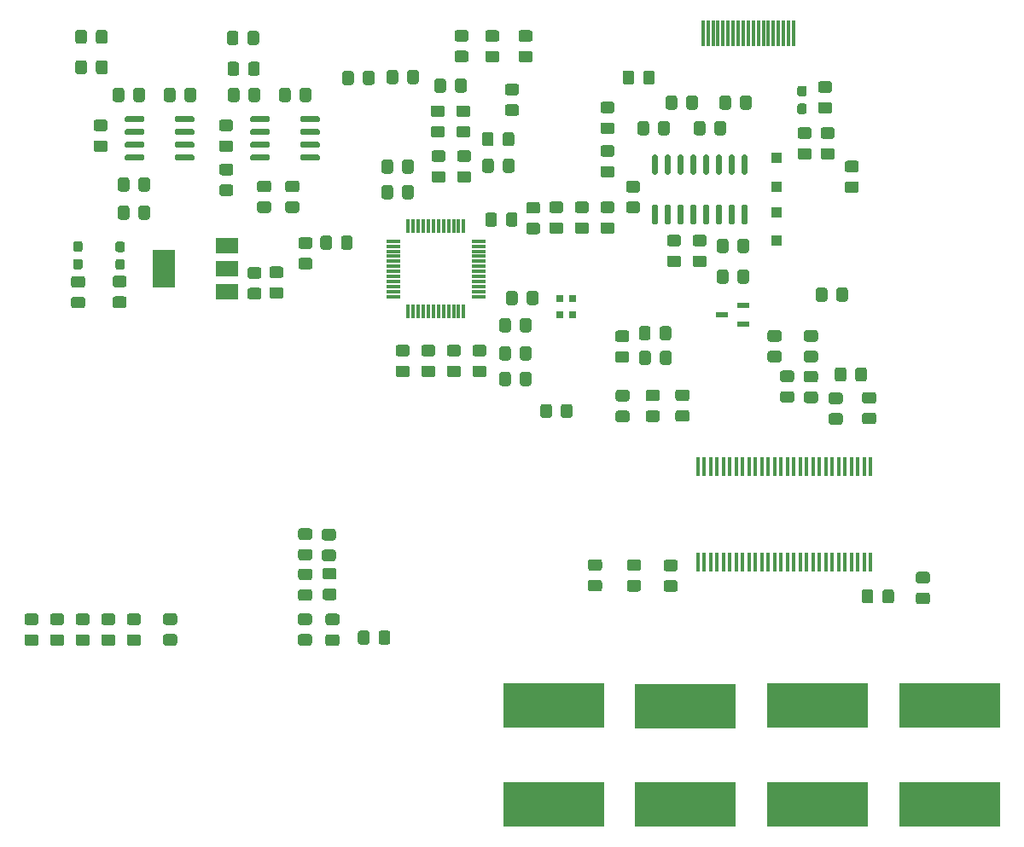
<source format=gtp>
G04 #@! TF.GenerationSoftware,KiCad,Pcbnew,(5.1.6-0-10_14)*
G04 #@! TF.CreationDate,2020-08-23T05:08:53+09:00*
G04 #@! TF.ProjectId,TAS6422AMP,54415336-3432-4324-914d-502e6b696361,0.3*
G04 #@! TF.SameCoordinates,Original*
G04 #@! TF.FileFunction,Paste,Top*
G04 #@! TF.FilePolarity,Positive*
%FSLAX46Y46*%
G04 Gerber Fmt 4.6, Leading zero omitted, Abs format (unit mm)*
G04 Created by KiCad (PCBNEW (5.1.6-0-10_14)) date 2020-08-23 05:08:53*
%MOMM*%
%LPD*%
G01*
G04 APERTURE LIST*
%ADD10R,0.435000X1.900000*%
%ADD11R,10.000000X4.400000*%
%ADD12R,2.200000X3.800000*%
%ADD13R,2.200000X1.500000*%
%ADD14R,1.100000X1.100000*%
%ADD15R,1.300000X0.600000*%
%ADD16R,0.300000X1.475000*%
%ADD17R,1.475000X0.300000*%
%ADD18R,0.800000X0.800000*%
%ADD19R,0.300000X2.600000*%
G04 APERTURE END LIST*
G04 #@! TO.C,C20*
G36*
G01*
X114180000Y-76410399D02*
X114180000Y-77310401D01*
G75*
G02*
X113930001Y-77560400I-249999J0D01*
G01*
X113279999Y-77560400D01*
G75*
G02*
X113030000Y-77310401I0J249999D01*
G01*
X113030000Y-76410399D01*
G75*
G02*
X113279999Y-76160400I249999J0D01*
G01*
X113930001Y-76160400D01*
G75*
G02*
X114180000Y-76410399I0J-249999D01*
G01*
G37*
G36*
G01*
X116230000Y-76410399D02*
X116230000Y-77310401D01*
G75*
G02*
X115980001Y-77560400I-249999J0D01*
G01*
X115329999Y-77560400D01*
G75*
G02*
X115080000Y-77310401I0J249999D01*
G01*
X115080000Y-76410399D01*
G75*
G02*
X115329999Y-76160400I249999J0D01*
G01*
X115980001Y-76160400D01*
G75*
G02*
X116230000Y-76410399I0J-249999D01*
G01*
G37*
G04 #@! TD*
G04 #@! TO.C,C21*
G36*
G01*
X121605001Y-71942500D02*
X120704999Y-71942500D01*
G75*
G02*
X120455000Y-71692501I0J249999D01*
G01*
X120455000Y-71042499D01*
G75*
G02*
X120704999Y-70792500I249999J0D01*
G01*
X121605001Y-70792500D01*
G75*
G02*
X121855000Y-71042499I0J-249999D01*
G01*
X121855000Y-71692501D01*
G75*
G02*
X121605001Y-71942500I-249999J0D01*
G01*
G37*
G36*
G01*
X121605001Y-73992500D02*
X120704999Y-73992500D01*
G75*
G02*
X120455000Y-73742501I0J249999D01*
G01*
X120455000Y-73092499D01*
G75*
G02*
X120704999Y-72842500I249999J0D01*
G01*
X121605001Y-72842500D01*
G75*
G02*
X121855000Y-73092499I0J-249999D01*
G01*
X121855000Y-73742501D01*
G75*
G02*
X121605001Y-73992500I-249999J0D01*
G01*
G37*
G04 #@! TD*
G04 #@! TO.C,C22*
G36*
G01*
X118243999Y-77310400D02*
X119144001Y-77310400D01*
G75*
G02*
X119394000Y-77560399I0J-249999D01*
G01*
X119394000Y-78210401D01*
G75*
G02*
X119144001Y-78460400I-249999J0D01*
G01*
X118243999Y-78460400D01*
G75*
G02*
X117994000Y-78210401I0J249999D01*
G01*
X117994000Y-77560399D01*
G75*
G02*
X118243999Y-77310400I249999J0D01*
G01*
G37*
G36*
G01*
X118243999Y-75260400D02*
X119144001Y-75260400D01*
G75*
G02*
X119394000Y-75510399I0J-249999D01*
G01*
X119394000Y-76160401D01*
G75*
G02*
X119144001Y-76410400I-249999J0D01*
G01*
X118243999Y-76410400D01*
G75*
G02*
X117994000Y-76160401I0J249999D01*
G01*
X117994000Y-75510399D01*
G75*
G02*
X118243999Y-75260400I249999J0D01*
G01*
G37*
G04 #@! TD*
G04 #@! TO.C,C23*
G36*
G01*
X121684001Y-76410400D02*
X120783999Y-76410400D01*
G75*
G02*
X120534000Y-76160401I0J249999D01*
G01*
X120534000Y-75510399D01*
G75*
G02*
X120783999Y-75260400I249999J0D01*
G01*
X121684001Y-75260400D01*
G75*
G02*
X121934000Y-75510399I0J-249999D01*
G01*
X121934000Y-76160401D01*
G75*
G02*
X121684001Y-76410400I-249999J0D01*
G01*
G37*
G36*
G01*
X121684001Y-78460400D02*
X120783999Y-78460400D01*
G75*
G02*
X120534000Y-78210401I0J249999D01*
G01*
X120534000Y-77560399D01*
G75*
G02*
X120783999Y-77310400I249999J0D01*
G01*
X121684001Y-77310400D01*
G75*
G02*
X121934000Y-77560399I0J-249999D01*
G01*
X121934000Y-78210401D01*
G75*
G02*
X121684001Y-78460400I-249999J0D01*
G01*
G37*
G04 #@! TD*
G04 #@! TO.C,C24*
G36*
G01*
X125864000Y-97492399D02*
X125864000Y-98392401D01*
G75*
G02*
X125614001Y-98642400I-249999J0D01*
G01*
X124963999Y-98642400D01*
G75*
G02*
X124714000Y-98392401I0J249999D01*
G01*
X124714000Y-97492399D01*
G75*
G02*
X124963999Y-97242400I249999J0D01*
G01*
X125614001Y-97242400D01*
G75*
G02*
X125864000Y-97492399I0J-249999D01*
G01*
G37*
G36*
G01*
X127914000Y-97492399D02*
X127914000Y-98392401D01*
G75*
G02*
X127664001Y-98642400I-249999J0D01*
G01*
X127013999Y-98642400D01*
G75*
G02*
X126764000Y-98392401I0J249999D01*
G01*
X126764000Y-97492399D01*
G75*
G02*
X127013999Y-97242400I249999J0D01*
G01*
X127664001Y-97242400D01*
G75*
G02*
X127914000Y-97492399I0J-249999D01*
G01*
G37*
G04 #@! TD*
G04 #@! TO.C,C25*
G36*
G01*
X126764000Y-95852401D02*
X126764000Y-94952399D01*
G75*
G02*
X127013999Y-94702400I249999J0D01*
G01*
X127664001Y-94702400D01*
G75*
G02*
X127914000Y-94952399I0J-249999D01*
G01*
X127914000Y-95852401D01*
G75*
G02*
X127664001Y-96102400I-249999J0D01*
G01*
X127013999Y-96102400D01*
G75*
G02*
X126764000Y-95852401I0J249999D01*
G01*
G37*
G36*
G01*
X124714000Y-95852401D02*
X124714000Y-94952399D01*
G75*
G02*
X124963999Y-94702400I249999J0D01*
G01*
X125614001Y-94702400D01*
G75*
G02*
X125864000Y-94952399I0J-249999D01*
G01*
X125864000Y-95852401D01*
G75*
G02*
X125614001Y-96102400I-249999J0D01*
G01*
X124963999Y-96102400D01*
G75*
G02*
X124714000Y-95852401I0J249999D01*
G01*
G37*
G04 #@! TD*
G04 #@! TO.C,C26*
G36*
G01*
X135908001Y-71584400D02*
X135007999Y-71584400D01*
G75*
G02*
X134758000Y-71334401I0J249999D01*
G01*
X134758000Y-70684399D01*
G75*
G02*
X135007999Y-70434400I249999J0D01*
G01*
X135908001Y-70434400D01*
G75*
G02*
X136158000Y-70684399I0J-249999D01*
G01*
X136158000Y-71334401D01*
G75*
G02*
X135908001Y-71584400I-249999J0D01*
G01*
G37*
G36*
G01*
X135908001Y-73634400D02*
X135007999Y-73634400D01*
G75*
G02*
X134758000Y-73384401I0J249999D01*
G01*
X134758000Y-72734399D01*
G75*
G02*
X135007999Y-72484400I249999J0D01*
G01*
X135908001Y-72484400D01*
G75*
G02*
X136158000Y-72734399I0J-249999D01*
G01*
X136158000Y-73384401D01*
G75*
G02*
X135908001Y-73634400I-249999J0D01*
G01*
G37*
G04 #@! TD*
G04 #@! TO.C,C27*
G36*
G01*
X135007999Y-76802400D02*
X135908001Y-76802400D01*
G75*
G02*
X136158000Y-77052399I0J-249999D01*
G01*
X136158000Y-77702401D01*
G75*
G02*
X135908001Y-77952400I-249999J0D01*
G01*
X135007999Y-77952400D01*
G75*
G02*
X134758000Y-77702401I0J249999D01*
G01*
X134758000Y-77052399D01*
G75*
G02*
X135007999Y-76802400I249999J0D01*
G01*
G37*
G36*
G01*
X135007999Y-74752400D02*
X135908001Y-74752400D01*
G75*
G02*
X136158000Y-75002399I0J-249999D01*
G01*
X136158000Y-75652401D01*
G75*
G02*
X135908001Y-75902400I-249999J0D01*
G01*
X135007999Y-75902400D01*
G75*
G02*
X134758000Y-75652401I0J249999D01*
G01*
X134758000Y-75002399D01*
G75*
G02*
X135007999Y-74752400I249999J0D01*
G01*
G37*
G04 #@! TD*
G04 #@! TO.C,C28*
G36*
G01*
X132467999Y-82390400D02*
X133368001Y-82390400D01*
G75*
G02*
X133618000Y-82640399I0J-249999D01*
G01*
X133618000Y-83290401D01*
G75*
G02*
X133368001Y-83540400I-249999J0D01*
G01*
X132467999Y-83540400D01*
G75*
G02*
X132218000Y-83290401I0J249999D01*
G01*
X132218000Y-82640399D01*
G75*
G02*
X132467999Y-82390400I249999J0D01*
G01*
G37*
G36*
G01*
X132467999Y-80340400D02*
X133368001Y-80340400D01*
G75*
G02*
X133618000Y-80590399I0J-249999D01*
G01*
X133618000Y-81240401D01*
G75*
G02*
X133368001Y-81490400I-249999J0D01*
G01*
X132467999Y-81490400D01*
G75*
G02*
X132218000Y-81240401I0J249999D01*
G01*
X132218000Y-80590399D01*
G75*
G02*
X132467999Y-80340400I249999J0D01*
G01*
G37*
G04 #@! TD*
G04 #@! TO.C,C29*
G36*
G01*
X135007999Y-82390400D02*
X135908001Y-82390400D01*
G75*
G02*
X136158000Y-82640399I0J-249999D01*
G01*
X136158000Y-83290401D01*
G75*
G02*
X135908001Y-83540400I-249999J0D01*
G01*
X135007999Y-83540400D01*
G75*
G02*
X134758000Y-83290401I0J249999D01*
G01*
X134758000Y-82640399D01*
G75*
G02*
X135007999Y-82390400I249999J0D01*
G01*
G37*
G36*
G01*
X135007999Y-80340400D02*
X135908001Y-80340400D01*
G75*
G02*
X136158000Y-80590399I0J-249999D01*
G01*
X136158000Y-81240401D01*
G75*
G02*
X135908001Y-81490400I-249999J0D01*
G01*
X135007999Y-81490400D01*
G75*
G02*
X134758000Y-81240401I0J249999D01*
G01*
X134758000Y-80590399D01*
G75*
G02*
X135007999Y-80340400I249999J0D01*
G01*
G37*
G04 #@! TD*
G04 #@! TO.C,C30*
G36*
G01*
X127634999Y-82436100D02*
X128535001Y-82436100D01*
G75*
G02*
X128785000Y-82686099I0J-249999D01*
G01*
X128785000Y-83336101D01*
G75*
G02*
X128535001Y-83586100I-249999J0D01*
G01*
X127634999Y-83586100D01*
G75*
G02*
X127385000Y-83336101I0J249999D01*
G01*
X127385000Y-82686099D01*
G75*
G02*
X127634999Y-82436100I249999J0D01*
G01*
G37*
G36*
G01*
X127634999Y-80386100D02*
X128535001Y-80386100D01*
G75*
G02*
X128785000Y-80636099I0J-249999D01*
G01*
X128785000Y-81286101D01*
G75*
G02*
X128535001Y-81536100I-249999J0D01*
G01*
X127634999Y-81536100D01*
G75*
G02*
X127385000Y-81286101I0J249999D01*
G01*
X127385000Y-80636099D01*
G75*
G02*
X127634999Y-80386100I249999J0D01*
G01*
G37*
G04 #@! TD*
G04 #@! TO.C,C31*
G36*
G01*
X159153000Y-97052999D02*
X159153000Y-97953001D01*
G75*
G02*
X158903001Y-98203000I-249999J0D01*
G01*
X158252999Y-98203000D01*
G75*
G02*
X158003000Y-97953001I0J249999D01*
G01*
X158003000Y-97052999D01*
G75*
G02*
X158252999Y-96803000I249999J0D01*
G01*
X158903001Y-96803000D01*
G75*
G02*
X159153000Y-97052999I0J-249999D01*
G01*
G37*
G36*
G01*
X161203000Y-97052999D02*
X161203000Y-97953001D01*
G75*
G02*
X160953001Y-98203000I-249999J0D01*
G01*
X160302999Y-98203000D01*
G75*
G02*
X160053000Y-97953001I0J249999D01*
G01*
X160053000Y-97052999D01*
G75*
G02*
X160302999Y-96803000I249999J0D01*
G01*
X160953001Y-96803000D01*
G75*
G02*
X161203000Y-97052999I0J-249999D01*
G01*
G37*
G04 #@! TD*
G04 #@! TO.C,C32*
G36*
G01*
X155190999Y-99190000D02*
X156091001Y-99190000D01*
G75*
G02*
X156341000Y-99439999I0J-249999D01*
G01*
X156341000Y-100090001D01*
G75*
G02*
X156091001Y-100340000I-249999J0D01*
G01*
X155190999Y-100340000D01*
G75*
G02*
X154941000Y-100090001I0J249999D01*
G01*
X154941000Y-99439999D01*
G75*
G02*
X155190999Y-99190000I249999J0D01*
G01*
G37*
G36*
G01*
X155190999Y-97140000D02*
X156091001Y-97140000D01*
G75*
G02*
X156341000Y-97389999I0J-249999D01*
G01*
X156341000Y-98040001D01*
G75*
G02*
X156091001Y-98290000I-249999J0D01*
G01*
X155190999Y-98290000D01*
G75*
G02*
X154941000Y-98040001I0J249999D01*
G01*
X154941000Y-97389999D01*
G75*
G02*
X155190999Y-97140000I249999J0D01*
G01*
G37*
G04 #@! TD*
G04 #@! TO.C,C33*
G36*
G01*
X161880001Y-100396000D02*
X160979999Y-100396000D01*
G75*
G02*
X160730000Y-100146001I0J249999D01*
G01*
X160730000Y-99495999D01*
G75*
G02*
X160979999Y-99246000I249999J0D01*
G01*
X161880001Y-99246000D01*
G75*
G02*
X162130000Y-99495999I0J-249999D01*
G01*
X162130000Y-100146001D01*
G75*
G02*
X161880001Y-100396000I-249999J0D01*
G01*
G37*
G36*
G01*
X161880001Y-102446000D02*
X160979999Y-102446000D01*
G75*
G02*
X160730000Y-102196001I0J249999D01*
G01*
X160730000Y-101545999D01*
G75*
G02*
X160979999Y-101296000I249999J0D01*
G01*
X161880001Y-101296000D01*
G75*
G02*
X162130000Y-101545999I0J-249999D01*
G01*
X162130000Y-102196001D01*
G75*
G02*
X161880001Y-102446000I-249999J0D01*
G01*
G37*
G04 #@! TD*
G04 #@! TO.C,C34*
G36*
G01*
X157649999Y-101349000D02*
X158550001Y-101349000D01*
G75*
G02*
X158800000Y-101598999I0J-249999D01*
G01*
X158800000Y-102249001D01*
G75*
G02*
X158550001Y-102499000I-249999J0D01*
G01*
X157649999Y-102499000D01*
G75*
G02*
X157400000Y-102249001I0J249999D01*
G01*
X157400000Y-101598999D01*
G75*
G02*
X157649999Y-101349000I249999J0D01*
G01*
G37*
G36*
G01*
X157649999Y-99299000D02*
X158550001Y-99299000D01*
G75*
G02*
X158800000Y-99548999I0J-249999D01*
G01*
X158800000Y-100199001D01*
G75*
G02*
X158550001Y-100449000I-249999J0D01*
G01*
X157649999Y-100449000D01*
G75*
G02*
X157400000Y-100199001I0J249999D01*
G01*
X157400000Y-99548999D01*
G75*
G02*
X157649999Y-99299000I249999J0D01*
G01*
G37*
G04 #@! TD*
G04 #@! TO.C,C35*
G36*
G01*
X152833999Y-99151900D02*
X153734001Y-99151900D01*
G75*
G02*
X153984000Y-99401899I0J-249999D01*
G01*
X153984000Y-100051901D01*
G75*
G02*
X153734001Y-100301900I-249999J0D01*
G01*
X152833999Y-100301900D01*
G75*
G02*
X152584000Y-100051901I0J249999D01*
G01*
X152584000Y-99401899D01*
G75*
G02*
X152833999Y-99151900I249999J0D01*
G01*
G37*
G36*
G01*
X152833999Y-97101900D02*
X153734001Y-97101900D01*
G75*
G02*
X153984000Y-97351899I0J-249999D01*
G01*
X153984000Y-98001901D01*
G75*
G02*
X153734001Y-98251900I-249999J0D01*
G01*
X152833999Y-98251900D01*
G75*
G02*
X152584000Y-98001901I0J249999D01*
G01*
X152584000Y-97351899D01*
G75*
G02*
X152833999Y-97101900I249999J0D01*
G01*
G37*
G04 #@! TD*
G04 #@! TO.C,C39*
G36*
G01*
X114688000Y-67520399D02*
X114688000Y-68420401D01*
G75*
G02*
X114438001Y-68670400I-249999J0D01*
G01*
X113787999Y-68670400D01*
G75*
G02*
X113538000Y-68420401I0J249999D01*
G01*
X113538000Y-67520399D01*
G75*
G02*
X113787999Y-67270400I249999J0D01*
G01*
X114438001Y-67270400D01*
G75*
G02*
X114688000Y-67520399I0J-249999D01*
G01*
G37*
G36*
G01*
X116738000Y-67520399D02*
X116738000Y-68420401D01*
G75*
G02*
X116488001Y-68670400I-249999J0D01*
G01*
X115837999Y-68670400D01*
G75*
G02*
X115588000Y-68420401I0J249999D01*
G01*
X115588000Y-67520399D01*
G75*
G02*
X115837999Y-67270400I249999J0D01*
G01*
X116488001Y-67270400D01*
G75*
G02*
X116738000Y-67520399I0J-249999D01*
G01*
G37*
G04 #@! TD*
G04 #@! TO.C,C40*
G36*
G01*
X127780001Y-64481400D02*
X126879999Y-64481400D01*
G75*
G02*
X126630000Y-64231401I0J249999D01*
G01*
X126630000Y-63581399D01*
G75*
G02*
X126879999Y-63331400I249999J0D01*
G01*
X127780001Y-63331400D01*
G75*
G02*
X128030000Y-63581399I0J-249999D01*
G01*
X128030000Y-64231401D01*
G75*
G02*
X127780001Y-64481400I-249999J0D01*
G01*
G37*
G36*
G01*
X127780001Y-66531400D02*
X126879999Y-66531400D01*
G75*
G02*
X126630000Y-66281401I0J249999D01*
G01*
X126630000Y-65631399D01*
G75*
G02*
X126879999Y-65381400I249999J0D01*
G01*
X127780001Y-65381400D01*
G75*
G02*
X128030000Y-65631399I0J-249999D01*
G01*
X128030000Y-66281401D01*
G75*
G02*
X127780001Y-66531400I-249999J0D01*
G01*
G37*
G04 #@! TD*
G04 #@! TO.C,C45*
G36*
G01*
X141278999Y-117932620D02*
X142179001Y-117932620D01*
G75*
G02*
X142429000Y-118182619I0J-249999D01*
G01*
X142429000Y-118832621D01*
G75*
G02*
X142179001Y-119082620I-249999J0D01*
G01*
X141278999Y-119082620D01*
G75*
G02*
X141029000Y-118832621I0J249999D01*
G01*
X141029000Y-118182619D01*
G75*
G02*
X141278999Y-117932620I249999J0D01*
G01*
G37*
G36*
G01*
X141278999Y-115882620D02*
X142179001Y-115882620D01*
G75*
G02*
X142429000Y-116132619I0J-249999D01*
G01*
X142429000Y-116782621D01*
G75*
G02*
X142179001Y-117032620I-249999J0D01*
G01*
X141278999Y-117032620D01*
G75*
G02*
X141029000Y-116782621I0J249999D01*
G01*
X141029000Y-116132619D01*
G75*
G02*
X141278999Y-115882620I249999J0D01*
G01*
G37*
G04 #@! TD*
G04 #@! TO.C,C46*
G36*
G01*
X137642179Y-117902140D02*
X138542181Y-117902140D01*
G75*
G02*
X138792180Y-118152139I0J-249999D01*
G01*
X138792180Y-118802141D01*
G75*
G02*
X138542181Y-119052140I-249999J0D01*
G01*
X137642179Y-119052140D01*
G75*
G02*
X137392180Y-118802141I0J249999D01*
G01*
X137392180Y-118152139D01*
G75*
G02*
X137642179Y-117902140I249999J0D01*
G01*
G37*
G36*
G01*
X137642179Y-115852140D02*
X138542181Y-115852140D01*
G75*
G02*
X138792180Y-116102139I0J-249999D01*
G01*
X138792180Y-116752141D01*
G75*
G02*
X138542181Y-117002140I-249999J0D01*
G01*
X137642179Y-117002140D01*
G75*
G02*
X137392180Y-116752141I0J249999D01*
G01*
X137392180Y-116102139D01*
G75*
G02*
X137642179Y-115852140I249999J0D01*
G01*
G37*
G04 #@! TD*
G04 #@! TO.C,C47*
G36*
G01*
X162733000Y-119977001D02*
X162733000Y-119076999D01*
G75*
G02*
X162982999Y-118827000I249999J0D01*
G01*
X163633001Y-118827000D01*
G75*
G02*
X163883000Y-119076999I0J-249999D01*
G01*
X163883000Y-119977001D01*
G75*
G02*
X163633001Y-120227000I-249999J0D01*
G01*
X162982999Y-120227000D01*
G75*
G02*
X162733000Y-119977001I0J249999D01*
G01*
G37*
G36*
G01*
X160683000Y-119977001D02*
X160683000Y-119076999D01*
G75*
G02*
X160932999Y-118827000I249999J0D01*
G01*
X161583001Y-118827000D01*
G75*
G02*
X161833000Y-119076999I0J-249999D01*
G01*
X161833000Y-119977001D01*
G75*
G02*
X161583001Y-120227000I-249999J0D01*
G01*
X160932999Y-120227000D01*
G75*
G02*
X160683000Y-119977001I0J249999D01*
G01*
G37*
G04 #@! TD*
G04 #@! TO.C,C48*
G36*
G01*
X166310999Y-119144000D02*
X167211001Y-119144000D01*
G75*
G02*
X167461000Y-119393999I0J-249999D01*
G01*
X167461000Y-120044001D01*
G75*
G02*
X167211001Y-120294000I-249999J0D01*
G01*
X166310999Y-120294000D01*
G75*
G02*
X166061000Y-120044001I0J249999D01*
G01*
X166061000Y-119393999D01*
G75*
G02*
X166310999Y-119144000I249999J0D01*
G01*
G37*
G36*
G01*
X166310999Y-117094000D02*
X167211001Y-117094000D01*
G75*
G02*
X167461000Y-117343999I0J-249999D01*
G01*
X167461000Y-117994001D01*
G75*
G02*
X167211001Y-118244000I-249999J0D01*
G01*
X166310999Y-118244000D01*
G75*
G02*
X166061000Y-117994001I0J249999D01*
G01*
X166061000Y-117343999D01*
G75*
G02*
X166310999Y-117094000I249999J0D01*
G01*
G37*
G04 #@! TD*
G04 #@! TO.C,C49*
G36*
G01*
X124478001Y-64481400D02*
X123577999Y-64481400D01*
G75*
G02*
X123328000Y-64231401I0J249999D01*
G01*
X123328000Y-63581399D01*
G75*
G02*
X123577999Y-63331400I249999J0D01*
G01*
X124478001Y-63331400D01*
G75*
G02*
X124728000Y-63581399I0J-249999D01*
G01*
X124728000Y-64231401D01*
G75*
G02*
X124478001Y-64481400I-249999J0D01*
G01*
G37*
G36*
G01*
X124478001Y-66531400D02*
X123577999Y-66531400D01*
G75*
G02*
X123328000Y-66281401I0J249999D01*
G01*
X123328000Y-65631399D01*
G75*
G02*
X123577999Y-65381400I249999J0D01*
G01*
X124478001Y-65381400D01*
G75*
G02*
X124728000Y-65631399I0J-249999D01*
G01*
X124728000Y-66281401D01*
G75*
G02*
X124478001Y-66531400I-249999J0D01*
G01*
G37*
G04 #@! TD*
G04 #@! TO.C,D1*
G36*
G01*
X87339180Y-85359760D02*
X86864180Y-85359760D01*
G75*
G02*
X86626680Y-85122260I0J237500D01*
G01*
X86626680Y-84547260D01*
G75*
G02*
X86864180Y-84309760I237500J0D01*
G01*
X87339180Y-84309760D01*
G75*
G02*
X87576680Y-84547260I0J-237500D01*
G01*
X87576680Y-85122260D01*
G75*
G02*
X87339180Y-85359760I-237500J0D01*
G01*
G37*
G36*
G01*
X87339180Y-87109760D02*
X86864180Y-87109760D01*
G75*
G02*
X86626680Y-86872260I0J237500D01*
G01*
X86626680Y-86297260D01*
G75*
G02*
X86864180Y-86059760I237500J0D01*
G01*
X87339180Y-86059760D01*
G75*
G02*
X87576680Y-86297260I0J-237500D01*
G01*
X87576680Y-86872260D01*
G75*
G02*
X87339180Y-87109760I-237500J0D01*
G01*
G37*
G04 #@! TD*
G04 #@! TO.C,FB1*
G36*
G01*
X105943821Y-85028620D02*
X105043819Y-85028620D01*
G75*
G02*
X104793820Y-84778621I0J249999D01*
G01*
X104793820Y-84128619D01*
G75*
G02*
X105043819Y-83878620I249999J0D01*
G01*
X105943821Y-83878620D01*
G75*
G02*
X106193820Y-84128619I0J-249999D01*
G01*
X106193820Y-84778621D01*
G75*
G02*
X105943821Y-85028620I-249999J0D01*
G01*
G37*
G36*
G01*
X105943821Y-87078620D02*
X105043819Y-87078620D01*
G75*
G02*
X104793820Y-86828621I0J249999D01*
G01*
X104793820Y-86178619D01*
G75*
G02*
X105043819Y-85928620I249999J0D01*
G01*
X105943821Y-85928620D01*
G75*
G02*
X106193820Y-86178619I0J-249999D01*
G01*
X106193820Y-86828621D01*
G75*
G02*
X105943821Y-87078620I-249999J0D01*
G01*
G37*
G04 #@! TD*
G04 #@! TO.C,FB2*
G36*
G01*
X124159860Y-73695139D02*
X124159860Y-74595141D01*
G75*
G02*
X123909861Y-74845140I-249999J0D01*
G01*
X123259859Y-74845140D01*
G75*
G02*
X123009860Y-74595141I0J249999D01*
G01*
X123009860Y-73695139D01*
G75*
G02*
X123259859Y-73445140I249999J0D01*
G01*
X123909861Y-73445140D01*
G75*
G02*
X124159860Y-73695139I0J-249999D01*
G01*
G37*
G36*
G01*
X126209860Y-73695139D02*
X126209860Y-74595141D01*
G75*
G02*
X125959861Y-74845140I-249999J0D01*
G01*
X125309859Y-74845140D01*
G75*
G02*
X125059860Y-74595141I0J249999D01*
G01*
X125059860Y-73695139D01*
G75*
G02*
X125309859Y-73445140I249999J0D01*
G01*
X125959861Y-73445140D01*
G75*
G02*
X126209860Y-73695139I0J-249999D01*
G01*
G37*
G04 #@! TD*
G04 #@! TO.C,R2*
G36*
G01*
X99809720Y-67610141D02*
X99809720Y-66710139D01*
G75*
G02*
X100059719Y-66460140I249999J0D01*
G01*
X100709721Y-66460140D01*
G75*
G02*
X100959720Y-66710139I0J-249999D01*
G01*
X100959720Y-67610141D01*
G75*
G02*
X100709721Y-67860140I-249999J0D01*
G01*
X100059719Y-67860140D01*
G75*
G02*
X99809720Y-67610141I0J249999D01*
G01*
G37*
G36*
G01*
X97759720Y-67610141D02*
X97759720Y-66710139D01*
G75*
G02*
X98009719Y-66460140I249999J0D01*
G01*
X98659721Y-66460140D01*
G75*
G02*
X98909720Y-66710139I0J-249999D01*
G01*
X98909720Y-67610141D01*
G75*
G02*
X98659721Y-67860140I-249999J0D01*
G01*
X98009719Y-67860140D01*
G75*
G02*
X97759720Y-67610141I0J249999D01*
G01*
G37*
G04 #@! TD*
G04 #@! TO.C,R3*
G36*
G01*
X84711960Y-67455201D02*
X84711960Y-66555199D01*
G75*
G02*
X84961959Y-66305200I249999J0D01*
G01*
X85611961Y-66305200D01*
G75*
G02*
X85861960Y-66555199I0J-249999D01*
G01*
X85861960Y-67455201D01*
G75*
G02*
X85611961Y-67705200I-249999J0D01*
G01*
X84961959Y-67705200D01*
G75*
G02*
X84711960Y-67455201I0J249999D01*
G01*
G37*
G36*
G01*
X82661960Y-67455201D02*
X82661960Y-66555199D01*
G75*
G02*
X82911959Y-66305200I249999J0D01*
G01*
X83561961Y-66305200D01*
G75*
G02*
X83811960Y-66555199I0J-249999D01*
G01*
X83811960Y-67455201D01*
G75*
G02*
X83561961Y-67705200I-249999J0D01*
G01*
X82911959Y-67705200D01*
G75*
G02*
X82661960Y-67455201I0J249999D01*
G01*
G37*
G04 #@! TD*
G04 #@! TO.C,R4*
G36*
G01*
X86600879Y-89751320D02*
X87500881Y-89751320D01*
G75*
G02*
X87750880Y-90001319I0J-249999D01*
G01*
X87750880Y-90651321D01*
G75*
G02*
X87500881Y-90901320I-249999J0D01*
G01*
X86600879Y-90901320D01*
G75*
G02*
X86350880Y-90651321I0J249999D01*
G01*
X86350880Y-90001319D01*
G75*
G02*
X86600879Y-89751320I249999J0D01*
G01*
G37*
G36*
G01*
X86600879Y-87701320D02*
X87500881Y-87701320D01*
G75*
G02*
X87750880Y-87951319I0J-249999D01*
G01*
X87750880Y-88601321D01*
G75*
G02*
X87500881Y-88851320I-249999J0D01*
G01*
X86600879Y-88851320D01*
G75*
G02*
X86350880Y-88601321I0J249999D01*
G01*
X86350880Y-87951319D01*
G75*
G02*
X86600879Y-87701320I249999J0D01*
G01*
G37*
G04 #@! TD*
G04 #@! TO.C,R5*
G36*
G01*
X98846220Y-63651979D02*
X98846220Y-64551981D01*
G75*
G02*
X98596221Y-64801980I-249999J0D01*
G01*
X97946219Y-64801980D01*
G75*
G02*
X97696220Y-64551981I0J249999D01*
G01*
X97696220Y-63651979D01*
G75*
G02*
X97946219Y-63401980I249999J0D01*
G01*
X98596221Y-63401980D01*
G75*
G02*
X98846220Y-63651979I0J-249999D01*
G01*
G37*
G36*
G01*
X100896220Y-63651979D02*
X100896220Y-64551981D01*
G75*
G02*
X100646221Y-64801980I-249999J0D01*
G01*
X99996219Y-64801980D01*
G75*
G02*
X99746220Y-64551981I0J249999D01*
G01*
X99746220Y-63651979D01*
G75*
G02*
X99996219Y-63401980I249999J0D01*
G01*
X100646221Y-63401980D01*
G75*
G02*
X100896220Y-63651979I0J-249999D01*
G01*
G37*
G04 #@! TD*
G04 #@! TO.C,R6*
G36*
G01*
X83811960Y-63537679D02*
X83811960Y-64437681D01*
G75*
G02*
X83561961Y-64687680I-249999J0D01*
G01*
X82911959Y-64687680D01*
G75*
G02*
X82661960Y-64437681I0J249999D01*
G01*
X82661960Y-63537679D01*
G75*
G02*
X82911959Y-63287680I249999J0D01*
G01*
X83561961Y-63287680D01*
G75*
G02*
X83811960Y-63537679I0J-249999D01*
G01*
G37*
G36*
G01*
X85861960Y-63537679D02*
X85861960Y-64437681D01*
G75*
G02*
X85611961Y-64687680I-249999J0D01*
G01*
X84961959Y-64687680D01*
G75*
G02*
X84711960Y-64437681I0J249999D01*
G01*
X84711960Y-63537679D01*
G75*
G02*
X84961959Y-63287680I249999J0D01*
G01*
X85611961Y-63287680D01*
G75*
G02*
X85861960Y-63537679I0J-249999D01*
G01*
G37*
G04 #@! TD*
G04 #@! TO.C,R7*
G36*
G01*
X104920000Y-70198401D02*
X104920000Y-69298399D01*
G75*
G02*
X105169999Y-69048400I249999J0D01*
G01*
X105820001Y-69048400D01*
G75*
G02*
X106070000Y-69298399I0J-249999D01*
G01*
X106070000Y-70198401D01*
G75*
G02*
X105820001Y-70448400I-249999J0D01*
G01*
X105169999Y-70448400D01*
G75*
G02*
X104920000Y-70198401I0J249999D01*
G01*
G37*
G36*
G01*
X102870000Y-70198401D02*
X102870000Y-69298399D01*
G75*
G02*
X103119999Y-69048400I249999J0D01*
G01*
X103770001Y-69048400D01*
G75*
G02*
X104020000Y-69298399I0J-249999D01*
G01*
X104020000Y-70198401D01*
G75*
G02*
X103770001Y-70448400I-249999J0D01*
G01*
X103119999Y-70448400D01*
G75*
G02*
X102870000Y-70198401I0J249999D01*
G01*
G37*
G04 #@! TD*
G04 #@! TO.C,R8*
G36*
G01*
X93490200Y-70198401D02*
X93490200Y-69298399D01*
G75*
G02*
X93740199Y-69048400I249999J0D01*
G01*
X94390201Y-69048400D01*
G75*
G02*
X94640200Y-69298399I0J-249999D01*
G01*
X94640200Y-70198401D01*
G75*
G02*
X94390201Y-70448400I-249999J0D01*
G01*
X93740199Y-70448400D01*
G75*
G02*
X93490200Y-70198401I0J249999D01*
G01*
G37*
G36*
G01*
X91440200Y-70198401D02*
X91440200Y-69298399D01*
G75*
G02*
X91690199Y-69048400I249999J0D01*
G01*
X92340201Y-69048400D01*
G75*
G02*
X92590200Y-69298399I0J-249999D01*
G01*
X92590200Y-70198401D01*
G75*
G02*
X92340201Y-70448400I-249999J0D01*
G01*
X91690199Y-70448400D01*
G75*
G02*
X91440200Y-70198401I0J249999D01*
G01*
G37*
G04 #@! TD*
G04 #@! TO.C,R9*
G36*
G01*
X85616201Y-73362400D02*
X84716199Y-73362400D01*
G75*
G02*
X84466200Y-73112401I0J249999D01*
G01*
X84466200Y-72462399D01*
G75*
G02*
X84716199Y-72212400I249999J0D01*
G01*
X85616201Y-72212400D01*
G75*
G02*
X85866200Y-72462399I0J-249999D01*
G01*
X85866200Y-73112401D01*
G75*
G02*
X85616201Y-73362400I-249999J0D01*
G01*
G37*
G36*
G01*
X85616201Y-75412400D02*
X84716199Y-75412400D01*
G75*
G02*
X84466200Y-75162401I0J249999D01*
G01*
X84466200Y-74512399D01*
G75*
G02*
X84716199Y-74262400I249999J0D01*
G01*
X85616201Y-74262400D01*
G75*
G02*
X85866200Y-74512399I0J-249999D01*
G01*
X85866200Y-75162401D01*
G75*
G02*
X85616201Y-75412400I-249999J0D01*
G01*
G37*
G04 #@! TD*
G04 #@! TO.C,R10*
G36*
G01*
X98062201Y-73362400D02*
X97162199Y-73362400D01*
G75*
G02*
X96912200Y-73112401I0J249999D01*
G01*
X96912200Y-72462399D01*
G75*
G02*
X97162199Y-72212400I249999J0D01*
G01*
X98062201Y-72212400D01*
G75*
G02*
X98312200Y-72462399I0J-249999D01*
G01*
X98312200Y-73112401D01*
G75*
G02*
X98062201Y-73362400I-249999J0D01*
G01*
G37*
G36*
G01*
X98062201Y-75412400D02*
X97162199Y-75412400D01*
G75*
G02*
X96912200Y-75162401I0J249999D01*
G01*
X96912200Y-74512399D01*
G75*
G02*
X97162199Y-74262400I249999J0D01*
G01*
X98062201Y-74262400D01*
G75*
G02*
X98312200Y-74512399I0J-249999D01*
G01*
X98312200Y-75162401D01*
G75*
G02*
X98062201Y-75412400I-249999J0D01*
G01*
G37*
G04 #@! TD*
G04 #@! TO.C,R11*
G36*
G01*
X126431001Y-69783500D02*
X125530999Y-69783500D01*
G75*
G02*
X125281000Y-69533501I0J249999D01*
G01*
X125281000Y-68883499D01*
G75*
G02*
X125530999Y-68633500I249999J0D01*
G01*
X126431001Y-68633500D01*
G75*
G02*
X126681000Y-68883499I0J-249999D01*
G01*
X126681000Y-69533501D01*
G75*
G02*
X126431001Y-69783500I-249999J0D01*
G01*
G37*
G36*
G01*
X126431001Y-71833500D02*
X125530999Y-71833500D01*
G75*
G02*
X125281000Y-71583501I0J249999D01*
G01*
X125281000Y-70933499D01*
G75*
G02*
X125530999Y-70683500I249999J0D01*
G01*
X126431001Y-70683500D01*
G75*
G02*
X126681000Y-70933499I0J-249999D01*
G01*
X126681000Y-71583501D01*
G75*
G02*
X126431001Y-71833500I-249999J0D01*
G01*
G37*
G04 #@! TD*
G04 #@! TO.C,R12*
G36*
G01*
X119065001Y-71942500D02*
X118164999Y-71942500D01*
G75*
G02*
X117915000Y-71692501I0J249999D01*
G01*
X117915000Y-71042499D01*
G75*
G02*
X118164999Y-70792500I249999J0D01*
G01*
X119065001Y-70792500D01*
G75*
G02*
X119315000Y-71042499I0J-249999D01*
G01*
X119315000Y-71692501D01*
G75*
G02*
X119065001Y-71942500I-249999J0D01*
G01*
G37*
G36*
G01*
X119065001Y-73992500D02*
X118164999Y-73992500D01*
G75*
G02*
X117915000Y-73742501I0J249999D01*
G01*
X117915000Y-73092499D01*
G75*
G02*
X118164999Y-72842500I249999J0D01*
G01*
X119065001Y-72842500D01*
G75*
G02*
X119315000Y-73092499I0J-249999D01*
G01*
X119315000Y-73742501D01*
G75*
G02*
X119065001Y-73992500I-249999J0D01*
G01*
G37*
G04 #@! TD*
G04 #@! TO.C,R13*
G36*
G01*
X115588001Y-95714400D02*
X114687999Y-95714400D01*
G75*
G02*
X114438000Y-95464401I0J249999D01*
G01*
X114438000Y-94814399D01*
G75*
G02*
X114687999Y-94564400I249999J0D01*
G01*
X115588001Y-94564400D01*
G75*
G02*
X115838000Y-94814399I0J-249999D01*
G01*
X115838000Y-95464401D01*
G75*
G02*
X115588001Y-95714400I-249999J0D01*
G01*
G37*
G36*
G01*
X115588001Y-97764400D02*
X114687999Y-97764400D01*
G75*
G02*
X114438000Y-97514401I0J249999D01*
G01*
X114438000Y-96864399D01*
G75*
G02*
X114687999Y-96614400I249999J0D01*
G01*
X115588001Y-96614400D01*
G75*
G02*
X115838000Y-96864399I0J-249999D01*
G01*
X115838000Y-97514401D01*
G75*
G02*
X115588001Y-97764400I-249999J0D01*
G01*
G37*
G04 #@! TD*
G04 #@! TO.C,R14*
G36*
G01*
X118128001Y-95714400D02*
X117227999Y-95714400D01*
G75*
G02*
X116978000Y-95464401I0J249999D01*
G01*
X116978000Y-94814399D01*
G75*
G02*
X117227999Y-94564400I249999J0D01*
G01*
X118128001Y-94564400D01*
G75*
G02*
X118378000Y-94814399I0J-249999D01*
G01*
X118378000Y-95464401D01*
G75*
G02*
X118128001Y-95714400I-249999J0D01*
G01*
G37*
G36*
G01*
X118128001Y-97764400D02*
X117227999Y-97764400D01*
G75*
G02*
X116978000Y-97514401I0J249999D01*
G01*
X116978000Y-96864399D01*
G75*
G02*
X117227999Y-96614400I249999J0D01*
G01*
X118128001Y-96614400D01*
G75*
G02*
X118378000Y-96864399I0J-249999D01*
G01*
X118378000Y-97514401D01*
G75*
G02*
X118128001Y-97764400I-249999J0D01*
G01*
G37*
G04 #@! TD*
G04 #@! TO.C,R15*
G36*
G01*
X120668001Y-95714400D02*
X119767999Y-95714400D01*
G75*
G02*
X119518000Y-95464401I0J249999D01*
G01*
X119518000Y-94814399D01*
G75*
G02*
X119767999Y-94564400I249999J0D01*
G01*
X120668001Y-94564400D01*
G75*
G02*
X120918000Y-94814399I0J-249999D01*
G01*
X120918000Y-95464401D01*
G75*
G02*
X120668001Y-95714400I-249999J0D01*
G01*
G37*
G36*
G01*
X120668001Y-97764400D02*
X119767999Y-97764400D01*
G75*
G02*
X119518000Y-97514401I0J249999D01*
G01*
X119518000Y-96864399D01*
G75*
G02*
X119767999Y-96614400I249999J0D01*
G01*
X120668001Y-96614400D01*
G75*
G02*
X120918000Y-96864399I0J-249999D01*
G01*
X120918000Y-97514401D01*
G75*
G02*
X120668001Y-97764400I-249999J0D01*
G01*
G37*
G04 #@! TD*
G04 #@! TO.C,R16*
G36*
G01*
X123208001Y-95714400D02*
X122307999Y-95714400D01*
G75*
G02*
X122058000Y-95464401I0J249999D01*
G01*
X122058000Y-94814399D01*
G75*
G02*
X122307999Y-94564400I249999J0D01*
G01*
X123208001Y-94564400D01*
G75*
G02*
X123458000Y-94814399I0J-249999D01*
G01*
X123458000Y-95464401D01*
G75*
G02*
X123208001Y-95714400I-249999J0D01*
G01*
G37*
G36*
G01*
X123208001Y-97764400D02*
X122307999Y-97764400D01*
G75*
G02*
X122058000Y-97514401I0J249999D01*
G01*
X122058000Y-96864399D01*
G75*
G02*
X122307999Y-96614400I249999J0D01*
G01*
X123208001Y-96614400D01*
G75*
G02*
X123458000Y-96864399I0J-249999D01*
G01*
X123458000Y-97514401D01*
G75*
G02*
X123208001Y-97764400I-249999J0D01*
G01*
G37*
G04 #@! TD*
G04 #@! TO.C,R17*
G36*
G01*
X119435000Y-68386499D02*
X119435000Y-69286501D01*
G75*
G02*
X119185001Y-69536500I-249999J0D01*
G01*
X118534999Y-69536500D01*
G75*
G02*
X118285000Y-69286501I0J249999D01*
G01*
X118285000Y-68386499D01*
G75*
G02*
X118534999Y-68136500I249999J0D01*
G01*
X119185001Y-68136500D01*
G75*
G02*
X119435000Y-68386499I0J-249999D01*
G01*
G37*
G36*
G01*
X121485000Y-68386499D02*
X121485000Y-69286501D01*
G75*
G02*
X121235001Y-69536500I-249999J0D01*
G01*
X120584999Y-69536500D01*
G75*
G02*
X120335000Y-69286501I0J249999D01*
G01*
X120335000Y-68386499D01*
G75*
G02*
X120584999Y-68136500I249999J0D01*
G01*
X121235001Y-68136500D01*
G75*
G02*
X121485000Y-68386499I0J-249999D01*
G01*
G37*
G04 #@! TD*
G04 #@! TO.C,R18*
G36*
G01*
X125085260Y-77236741D02*
X125085260Y-76336739D01*
G75*
G02*
X125335259Y-76086740I249999J0D01*
G01*
X125985261Y-76086740D01*
G75*
G02*
X126235260Y-76336739I0J-249999D01*
G01*
X126235260Y-77236741D01*
G75*
G02*
X125985261Y-77486740I-249999J0D01*
G01*
X125335259Y-77486740D01*
G75*
G02*
X125085260Y-77236741I0J249999D01*
G01*
G37*
G36*
G01*
X123035260Y-77236741D02*
X123035260Y-76336739D01*
G75*
G02*
X123285259Y-76086740I249999J0D01*
G01*
X123935261Y-76086740D01*
G75*
G02*
X124185260Y-76336739I0J-249999D01*
G01*
X124185260Y-77236741D01*
G75*
G02*
X123935261Y-77486740I-249999J0D01*
G01*
X123285259Y-77486740D01*
G75*
G02*
X123035260Y-77236741I0J249999D01*
G01*
G37*
G04 #@! TD*
G04 #@! TO.C,R19*
G36*
G01*
X126764000Y-93058401D02*
X126764000Y-92158399D01*
G75*
G02*
X127013999Y-91908400I249999J0D01*
G01*
X127664001Y-91908400D01*
G75*
G02*
X127914000Y-92158399I0J-249999D01*
G01*
X127914000Y-93058401D01*
G75*
G02*
X127664001Y-93308400I-249999J0D01*
G01*
X127013999Y-93308400D01*
G75*
G02*
X126764000Y-93058401I0J249999D01*
G01*
G37*
G36*
G01*
X124714000Y-93058401D02*
X124714000Y-92158399D01*
G75*
G02*
X124963999Y-91908400I249999J0D01*
G01*
X125614001Y-91908400D01*
G75*
G02*
X125864000Y-92158399I0J-249999D01*
G01*
X125864000Y-93058401D01*
G75*
G02*
X125614001Y-93308400I-249999J0D01*
G01*
X124963999Y-93308400D01*
G75*
G02*
X124714000Y-93058401I0J249999D01*
G01*
G37*
G04 #@! TD*
G04 #@! TO.C,R20*
G36*
G01*
X126547000Y-89468499D02*
X126547000Y-90368501D01*
G75*
G02*
X126297001Y-90618500I-249999J0D01*
G01*
X125646999Y-90618500D01*
G75*
G02*
X125397000Y-90368501I0J249999D01*
G01*
X125397000Y-89468499D01*
G75*
G02*
X125646999Y-89218500I249999J0D01*
G01*
X126297001Y-89218500D01*
G75*
G02*
X126547000Y-89468499I0J-249999D01*
G01*
G37*
G36*
G01*
X128597000Y-89468499D02*
X128597000Y-90368501D01*
G75*
G02*
X128347001Y-90618500I-249999J0D01*
G01*
X127696999Y-90618500D01*
G75*
G02*
X127447000Y-90368501I0J249999D01*
G01*
X127447000Y-89468499D01*
G75*
G02*
X127696999Y-89218500I249999J0D01*
G01*
X128347001Y-89218500D01*
G75*
G02*
X128597000Y-89468499I0J-249999D01*
G01*
G37*
G04 #@! TD*
G04 #@! TO.C,R21*
G36*
G01*
X129927999Y-82390400D02*
X130828001Y-82390400D01*
G75*
G02*
X131078000Y-82640399I0J-249999D01*
G01*
X131078000Y-83290401D01*
G75*
G02*
X130828001Y-83540400I-249999J0D01*
G01*
X129927999Y-83540400D01*
G75*
G02*
X129678000Y-83290401I0J249999D01*
G01*
X129678000Y-82640399D01*
G75*
G02*
X129927999Y-82390400I249999J0D01*
G01*
G37*
G36*
G01*
X129927999Y-80340400D02*
X130828001Y-80340400D01*
G75*
G02*
X131078000Y-80590399I0J-249999D01*
G01*
X131078000Y-81240401D01*
G75*
G02*
X130828001Y-81490400I-249999J0D01*
G01*
X129927999Y-81490400D01*
G75*
G02*
X129678000Y-81240401I0J249999D01*
G01*
X129678000Y-80590399D01*
G75*
G02*
X129927999Y-80340400I249999J0D01*
G01*
G37*
G04 #@! TD*
G04 #@! TO.C,R22*
G36*
G01*
X124488000Y-81668199D02*
X124488000Y-82568201D01*
G75*
G02*
X124238001Y-82818200I-249999J0D01*
G01*
X123587999Y-82818200D01*
G75*
G02*
X123338000Y-82568201I0J249999D01*
G01*
X123338000Y-81668199D01*
G75*
G02*
X123587999Y-81418200I249999J0D01*
G01*
X124238001Y-81418200D01*
G75*
G02*
X124488000Y-81668199I0J-249999D01*
G01*
G37*
G36*
G01*
X126538000Y-81668199D02*
X126538000Y-82568201D01*
G75*
G02*
X126288001Y-82818200I-249999J0D01*
G01*
X125637999Y-82818200D01*
G75*
G02*
X125388000Y-82568201I0J249999D01*
G01*
X125388000Y-81668199D01*
G75*
G02*
X125637999Y-81418200I249999J0D01*
G01*
X126288001Y-81418200D01*
G75*
G02*
X126538000Y-81668199I0J-249999D01*
G01*
G37*
G04 #@! TD*
G04 #@! TO.C,R23*
G36*
G01*
X136504259Y-101087340D02*
X137404261Y-101087340D01*
G75*
G02*
X137654260Y-101337339I0J-249999D01*
G01*
X137654260Y-101987341D01*
G75*
G02*
X137404261Y-102237340I-249999J0D01*
G01*
X136504259Y-102237340D01*
G75*
G02*
X136254260Y-101987341I0J249999D01*
G01*
X136254260Y-101337339D01*
G75*
G02*
X136504259Y-101087340I249999J0D01*
G01*
G37*
G36*
G01*
X136504259Y-99037340D02*
X137404261Y-99037340D01*
G75*
G02*
X137654260Y-99287339I0J-249999D01*
G01*
X137654260Y-99937341D01*
G75*
G02*
X137404261Y-100187340I-249999J0D01*
G01*
X136504259Y-100187340D01*
G75*
G02*
X136254260Y-99937341I0J249999D01*
G01*
X136254260Y-99287339D01*
G75*
G02*
X136504259Y-99037340I249999J0D01*
G01*
G37*
G04 #@! TD*
G04 #@! TO.C,R24*
G36*
G01*
X139501459Y-101061940D02*
X140401461Y-101061940D01*
G75*
G02*
X140651460Y-101311939I0J-249999D01*
G01*
X140651460Y-101961941D01*
G75*
G02*
X140401461Y-102211940I-249999J0D01*
G01*
X139501459Y-102211940D01*
G75*
G02*
X139251460Y-101961941I0J249999D01*
G01*
X139251460Y-101311939D01*
G75*
G02*
X139501459Y-101061940I249999J0D01*
G01*
G37*
G36*
G01*
X139501459Y-99011940D02*
X140401461Y-99011940D01*
G75*
G02*
X140651460Y-99261939I0J-249999D01*
G01*
X140651460Y-99911941D01*
G75*
G02*
X140401461Y-100161940I-249999J0D01*
G01*
X139501459Y-100161940D01*
G75*
G02*
X139251460Y-99911941I0J249999D01*
G01*
X139251460Y-99261939D01*
G75*
G02*
X139501459Y-99011940I249999J0D01*
G01*
G37*
G04 #@! TD*
G04 #@! TO.C,R25*
G36*
G01*
X142447859Y-101037000D02*
X143347861Y-101037000D01*
G75*
G02*
X143597860Y-101286999I0J-249999D01*
G01*
X143597860Y-101937001D01*
G75*
G02*
X143347861Y-102187000I-249999J0D01*
G01*
X142447859Y-102187000D01*
G75*
G02*
X142197860Y-101937001I0J249999D01*
G01*
X142197860Y-101286999D01*
G75*
G02*
X142447859Y-101037000I249999J0D01*
G01*
G37*
G36*
G01*
X142447859Y-98987000D02*
X143347861Y-98987000D01*
G75*
G02*
X143597860Y-99236999I0J-249999D01*
G01*
X143597860Y-99887001D01*
G75*
G02*
X143347861Y-100137000I-249999J0D01*
G01*
X142447859Y-100137000D01*
G75*
G02*
X142197860Y-99887001I0J249999D01*
G01*
X142197860Y-99236999D01*
G75*
G02*
X142447859Y-98987000I249999J0D01*
G01*
G37*
G04 #@! TD*
G04 #@! TO.C,R26*
G36*
G01*
X140663080Y-96296901D02*
X140663080Y-95396899D01*
G75*
G02*
X140913079Y-95146900I249999J0D01*
G01*
X141563081Y-95146900D01*
G75*
G02*
X141813080Y-95396899I0J-249999D01*
G01*
X141813080Y-96296901D01*
G75*
G02*
X141563081Y-96546900I-249999J0D01*
G01*
X140913079Y-96546900D01*
G75*
G02*
X140663080Y-96296901I0J249999D01*
G01*
G37*
G36*
G01*
X138613080Y-96296901D02*
X138613080Y-95396899D01*
G75*
G02*
X138863079Y-95146900I249999J0D01*
G01*
X139513081Y-95146900D01*
G75*
G02*
X139763080Y-95396899I0J-249999D01*
G01*
X139763080Y-96296901D01*
G75*
G02*
X139513081Y-96546900I-249999J0D01*
G01*
X138863079Y-96546900D01*
G75*
G02*
X138613080Y-96296901I0J249999D01*
G01*
G37*
G04 #@! TD*
G04 #@! TO.C,R33*
G36*
G01*
X111191000Y-68524501D02*
X111191000Y-67624499D01*
G75*
G02*
X111440999Y-67374500I249999J0D01*
G01*
X112091001Y-67374500D01*
G75*
G02*
X112341000Y-67624499I0J-249999D01*
G01*
X112341000Y-68524501D01*
G75*
G02*
X112091001Y-68774500I-249999J0D01*
G01*
X111440999Y-68774500D01*
G75*
G02*
X111191000Y-68524501I0J249999D01*
G01*
G37*
G36*
G01*
X109141000Y-68524501D02*
X109141000Y-67624499D01*
G75*
G02*
X109390999Y-67374500I249999J0D01*
G01*
X110041001Y-67374500D01*
G75*
G02*
X110291000Y-67624499I0J-249999D01*
G01*
X110291000Y-68524501D01*
G75*
G02*
X110041001Y-68774500I-249999J0D01*
G01*
X109390999Y-68774500D01*
G75*
G02*
X109141000Y-68524501I0J249999D01*
G01*
G37*
G04 #@! TD*
G04 #@! TO.C,R34*
G36*
G01*
X120529999Y-65363400D02*
X121430001Y-65363400D01*
G75*
G02*
X121680000Y-65613399I0J-249999D01*
G01*
X121680000Y-66263401D01*
G75*
G02*
X121430001Y-66513400I-249999J0D01*
G01*
X120529999Y-66513400D01*
G75*
G02*
X120280000Y-66263401I0J249999D01*
G01*
X120280000Y-65613399D01*
G75*
G02*
X120529999Y-65363400I249999J0D01*
G01*
G37*
G36*
G01*
X120529999Y-63313400D02*
X121430001Y-63313400D01*
G75*
G02*
X121680000Y-63563399I0J-249999D01*
G01*
X121680000Y-64213401D01*
G75*
G02*
X121430001Y-64463400I-249999J0D01*
G01*
X120529999Y-64463400D01*
G75*
G02*
X120280000Y-64213401I0J249999D01*
G01*
X120280000Y-63563399D01*
G75*
G02*
X120529999Y-63313400I249999J0D01*
G01*
G37*
G04 #@! TD*
G04 #@! TO.C,R35*
G36*
G01*
X108270461Y-113979540D02*
X107370459Y-113979540D01*
G75*
G02*
X107120460Y-113729541I0J249999D01*
G01*
X107120460Y-113079539D01*
G75*
G02*
X107370459Y-112829540I249999J0D01*
G01*
X108270461Y-112829540D01*
G75*
G02*
X108520460Y-113079539I0J-249999D01*
G01*
X108520460Y-113729541D01*
G75*
G02*
X108270461Y-113979540I-249999J0D01*
G01*
G37*
G36*
G01*
X108270461Y-116029540D02*
X107370459Y-116029540D01*
G75*
G02*
X107120460Y-115779541I0J249999D01*
G01*
X107120460Y-115129539D01*
G75*
G02*
X107370459Y-114879540I249999J0D01*
G01*
X108270461Y-114879540D01*
G75*
G02*
X108520460Y-115129539I0J-249999D01*
G01*
X108520460Y-115779541D01*
G75*
G02*
X108270461Y-116029540I-249999J0D01*
G01*
G37*
G04 #@! TD*
G04 #@! TO.C,R36*
G36*
G01*
X105920961Y-113916040D02*
X105020959Y-113916040D01*
G75*
G02*
X104770960Y-113666041I0J249999D01*
G01*
X104770960Y-113016039D01*
G75*
G02*
X105020959Y-112766040I249999J0D01*
G01*
X105920961Y-112766040D01*
G75*
G02*
X106170960Y-113016039I0J-249999D01*
G01*
X106170960Y-113666041D01*
G75*
G02*
X105920961Y-113916040I-249999J0D01*
G01*
G37*
G36*
G01*
X105920961Y-115966040D02*
X105020959Y-115966040D01*
G75*
G02*
X104770960Y-115716041I0J249999D01*
G01*
X104770960Y-115066039D01*
G75*
G02*
X105020959Y-114816040I249999J0D01*
G01*
X105920961Y-114816040D01*
G75*
G02*
X106170960Y-115066039I0J-249999D01*
G01*
X106170960Y-115716041D01*
G75*
G02*
X105920961Y-115966040I-249999J0D01*
G01*
G37*
G04 #@! TD*
G04 #@! TO.C,R37*
G36*
G01*
X107433959Y-118753040D02*
X108333961Y-118753040D01*
G75*
G02*
X108583960Y-119003039I0J-249999D01*
G01*
X108583960Y-119653041D01*
G75*
G02*
X108333961Y-119903040I-249999J0D01*
G01*
X107433959Y-119903040D01*
G75*
G02*
X107183960Y-119653041I0J249999D01*
G01*
X107183960Y-119003039D01*
G75*
G02*
X107433959Y-118753040I249999J0D01*
G01*
G37*
G36*
G01*
X107433959Y-116703040D02*
X108333961Y-116703040D01*
G75*
G02*
X108583960Y-116953039I0J-249999D01*
G01*
X108583960Y-117603041D01*
G75*
G02*
X108333961Y-117853040I-249999J0D01*
G01*
X107433959Y-117853040D01*
G75*
G02*
X107183960Y-117603041I0J249999D01*
G01*
X107183960Y-116953039D01*
G75*
G02*
X107433959Y-116703040I249999J0D01*
G01*
G37*
G04 #@! TD*
G04 #@! TO.C,R38*
G36*
G01*
X156851999Y-75024400D02*
X157752001Y-75024400D01*
G75*
G02*
X158002000Y-75274399I0J-249999D01*
G01*
X158002000Y-75924401D01*
G75*
G02*
X157752001Y-76174400I-249999J0D01*
G01*
X156851999Y-76174400D01*
G75*
G02*
X156602000Y-75924401I0J249999D01*
G01*
X156602000Y-75274399D01*
G75*
G02*
X156851999Y-75024400I249999J0D01*
G01*
G37*
G36*
G01*
X156851999Y-72974400D02*
X157752001Y-72974400D01*
G75*
G02*
X158002000Y-73224399I0J-249999D01*
G01*
X158002000Y-73874401D01*
G75*
G02*
X157752001Y-74124400I-249999J0D01*
G01*
X156851999Y-74124400D01*
G75*
G02*
X156602000Y-73874401I0J249999D01*
G01*
X156602000Y-73224399D01*
G75*
G02*
X156851999Y-72974400I249999J0D01*
G01*
G37*
G04 #@! TD*
G04 #@! TO.C,R39*
G36*
G01*
X157498001Y-69552400D02*
X156597999Y-69552400D01*
G75*
G02*
X156348000Y-69302401I0J249999D01*
G01*
X156348000Y-68652399D01*
G75*
G02*
X156597999Y-68402400I249999J0D01*
G01*
X157498001Y-68402400D01*
G75*
G02*
X157748000Y-68652399I0J-249999D01*
G01*
X157748000Y-69302401D01*
G75*
G02*
X157498001Y-69552400I-249999J0D01*
G01*
G37*
G36*
G01*
X157498001Y-71602400D02*
X156597999Y-71602400D01*
G75*
G02*
X156348000Y-71352401I0J249999D01*
G01*
X156348000Y-70702399D01*
G75*
G02*
X156597999Y-70452400I249999J0D01*
G01*
X157498001Y-70452400D01*
G75*
G02*
X157748000Y-70702399I0J-249999D01*
G01*
X157748000Y-71352401D01*
G75*
G02*
X157498001Y-71602400I-249999J0D01*
G01*
G37*
G04 #@! TD*
G04 #@! TO.C,R40*
G36*
G01*
X155466001Y-74124400D02*
X154565999Y-74124400D01*
G75*
G02*
X154316000Y-73874401I0J249999D01*
G01*
X154316000Y-73224399D01*
G75*
G02*
X154565999Y-72974400I249999J0D01*
G01*
X155466001Y-72974400D01*
G75*
G02*
X155716000Y-73224399I0J-249999D01*
G01*
X155716000Y-73874401D01*
G75*
G02*
X155466001Y-74124400I-249999J0D01*
G01*
G37*
G36*
G01*
X155466001Y-76174400D02*
X154565999Y-76174400D01*
G75*
G02*
X154316000Y-75924401I0J249999D01*
G01*
X154316000Y-75274399D01*
G75*
G02*
X154565999Y-75024400I249999J0D01*
G01*
X155466001Y-75024400D01*
G75*
G02*
X155716000Y-75274399I0J-249999D01*
G01*
X155716000Y-75924401D01*
G75*
G02*
X155466001Y-76174400I-249999J0D01*
G01*
G37*
G04 #@! TD*
G04 #@! TO.C,R41*
G36*
G01*
X140480000Y-73500401D02*
X140480000Y-72600399D01*
G75*
G02*
X140729999Y-72350400I249999J0D01*
G01*
X141380001Y-72350400D01*
G75*
G02*
X141630000Y-72600399I0J-249999D01*
G01*
X141630000Y-73500401D01*
G75*
G02*
X141380001Y-73750400I-249999J0D01*
G01*
X140729999Y-73750400D01*
G75*
G02*
X140480000Y-73500401I0J249999D01*
G01*
G37*
G36*
G01*
X138430000Y-73500401D02*
X138430000Y-72600399D01*
G75*
G02*
X138679999Y-72350400I249999J0D01*
G01*
X139330001Y-72350400D01*
G75*
G02*
X139580000Y-72600399I0J-249999D01*
G01*
X139580000Y-73500401D01*
G75*
G02*
X139330001Y-73750400I-249999J0D01*
G01*
X138679999Y-73750400D01*
G75*
G02*
X138430000Y-73500401I0J249999D01*
G01*
G37*
G04 #@! TD*
G04 #@! TO.C,R42*
G36*
G01*
X143274000Y-70960401D02*
X143274000Y-70060399D01*
G75*
G02*
X143523999Y-69810400I249999J0D01*
G01*
X144174001Y-69810400D01*
G75*
G02*
X144424000Y-70060399I0J-249999D01*
G01*
X144424000Y-70960401D01*
G75*
G02*
X144174001Y-71210400I-249999J0D01*
G01*
X143523999Y-71210400D01*
G75*
G02*
X143274000Y-70960401I0J249999D01*
G01*
G37*
G36*
G01*
X141224000Y-70960401D02*
X141224000Y-70060399D01*
G75*
G02*
X141473999Y-69810400I249999J0D01*
G01*
X142124001Y-69810400D01*
G75*
G02*
X142374000Y-70060399I0J-249999D01*
G01*
X142374000Y-70960401D01*
G75*
G02*
X142124001Y-71210400I-249999J0D01*
G01*
X141473999Y-71210400D01*
G75*
G02*
X141224000Y-70960401I0J249999D01*
G01*
G37*
G04 #@! TD*
G04 #@! TO.C,R43*
G36*
G01*
X146068000Y-73500401D02*
X146068000Y-72600399D01*
G75*
G02*
X146317999Y-72350400I249999J0D01*
G01*
X146968001Y-72350400D01*
G75*
G02*
X147218000Y-72600399I0J-249999D01*
G01*
X147218000Y-73500401D01*
G75*
G02*
X146968001Y-73750400I-249999J0D01*
G01*
X146317999Y-73750400D01*
G75*
G02*
X146068000Y-73500401I0J249999D01*
G01*
G37*
G36*
G01*
X144018000Y-73500401D02*
X144018000Y-72600399D01*
G75*
G02*
X144267999Y-72350400I249999J0D01*
G01*
X144918001Y-72350400D01*
G75*
G02*
X145168000Y-72600399I0J-249999D01*
G01*
X145168000Y-73500401D01*
G75*
G02*
X144918001Y-73750400I-249999J0D01*
G01*
X144267999Y-73750400D01*
G75*
G02*
X144018000Y-73500401I0J249999D01*
G01*
G37*
G04 #@! TD*
G04 #@! TO.C,R44*
G36*
G01*
X148608000Y-70960401D02*
X148608000Y-70060399D01*
G75*
G02*
X148857999Y-69810400I249999J0D01*
G01*
X149508001Y-69810400D01*
G75*
G02*
X149758000Y-70060399I0J-249999D01*
G01*
X149758000Y-70960401D01*
G75*
G02*
X149508001Y-71210400I-249999J0D01*
G01*
X148857999Y-71210400D01*
G75*
G02*
X148608000Y-70960401I0J249999D01*
G01*
G37*
G36*
G01*
X146558000Y-70960401D02*
X146558000Y-70060399D01*
G75*
G02*
X146807999Y-69810400I249999J0D01*
G01*
X147458001Y-69810400D01*
G75*
G02*
X147708000Y-70060399I0J-249999D01*
G01*
X147708000Y-70960401D01*
G75*
G02*
X147458001Y-71210400I-249999J0D01*
G01*
X146807999Y-71210400D01*
G75*
G02*
X146558000Y-70960401I0J249999D01*
G01*
G37*
G04 #@! TD*
G04 #@! TO.C,R45*
G36*
G01*
X92522461Y-122361540D02*
X91622459Y-122361540D01*
G75*
G02*
X91372460Y-122111541I0J249999D01*
G01*
X91372460Y-121461539D01*
G75*
G02*
X91622459Y-121211540I249999J0D01*
G01*
X92522461Y-121211540D01*
G75*
G02*
X92772460Y-121461539I0J-249999D01*
G01*
X92772460Y-122111541D01*
G75*
G02*
X92522461Y-122361540I-249999J0D01*
G01*
G37*
G36*
G01*
X92522461Y-124411540D02*
X91622459Y-124411540D01*
G75*
G02*
X91372460Y-124161541I0J249999D01*
G01*
X91372460Y-123511539D01*
G75*
G02*
X91622459Y-123261540I249999J0D01*
G01*
X92522461Y-123261540D01*
G75*
G02*
X92772460Y-123511539I0J-249999D01*
G01*
X92772460Y-124161541D01*
G75*
G02*
X92522461Y-124411540I-249999J0D01*
G01*
G37*
G04 #@! TD*
G04 #@! TO.C,R46*
G36*
G01*
X105885401Y-122376780D02*
X104985399Y-122376780D01*
G75*
G02*
X104735400Y-122126781I0J249999D01*
G01*
X104735400Y-121476779D01*
G75*
G02*
X104985399Y-121226780I249999J0D01*
G01*
X105885401Y-121226780D01*
G75*
G02*
X106135400Y-121476779I0J-249999D01*
G01*
X106135400Y-122126781D01*
G75*
G02*
X105885401Y-122376780I-249999J0D01*
G01*
G37*
G36*
G01*
X105885401Y-124426780D02*
X104985399Y-124426780D01*
G75*
G02*
X104735400Y-124176781I0J249999D01*
G01*
X104735400Y-123526779D01*
G75*
G02*
X104985399Y-123276780I249999J0D01*
G01*
X105885401Y-123276780D01*
G75*
G02*
X106135400Y-123526779I0J-249999D01*
G01*
X106135400Y-124176781D01*
G75*
G02*
X105885401Y-124426780I-249999J0D01*
G01*
G37*
G04 #@! TD*
G04 #@! TO.C,R47*
G36*
G01*
X86378201Y-122384000D02*
X85478199Y-122384000D01*
G75*
G02*
X85228200Y-122134001I0J249999D01*
G01*
X85228200Y-121483999D01*
G75*
G02*
X85478199Y-121234000I249999J0D01*
G01*
X86378201Y-121234000D01*
G75*
G02*
X86628200Y-121483999I0J-249999D01*
G01*
X86628200Y-122134001D01*
G75*
G02*
X86378201Y-122384000I-249999J0D01*
G01*
G37*
G36*
G01*
X86378201Y-124434000D02*
X85478199Y-124434000D01*
G75*
G02*
X85228200Y-124184001I0J249999D01*
G01*
X85228200Y-123533999D01*
G75*
G02*
X85478199Y-123284000I249999J0D01*
G01*
X86378201Y-123284000D01*
G75*
G02*
X86628200Y-123533999I0J-249999D01*
G01*
X86628200Y-124184001D01*
G75*
G02*
X86378201Y-124434000I-249999J0D01*
G01*
G37*
G04 #@! TD*
G04 #@! TO.C,R48*
G36*
G01*
X78758201Y-122384000D02*
X77858199Y-122384000D01*
G75*
G02*
X77608200Y-122134001I0J249999D01*
G01*
X77608200Y-121483999D01*
G75*
G02*
X77858199Y-121234000I249999J0D01*
G01*
X78758201Y-121234000D01*
G75*
G02*
X79008200Y-121483999I0J-249999D01*
G01*
X79008200Y-122134001D01*
G75*
G02*
X78758201Y-122384000I-249999J0D01*
G01*
G37*
G36*
G01*
X78758201Y-124434000D02*
X77858199Y-124434000D01*
G75*
G02*
X77608200Y-124184001I0J249999D01*
G01*
X77608200Y-123533999D01*
G75*
G02*
X77858199Y-123284000I249999J0D01*
G01*
X78758201Y-123284000D01*
G75*
G02*
X79008200Y-123533999I0J-249999D01*
G01*
X79008200Y-124184001D01*
G75*
G02*
X78758201Y-124434000I-249999J0D01*
G01*
G37*
G04 #@! TD*
G04 #@! TO.C,R49*
G36*
G01*
X83838201Y-122384000D02*
X82938199Y-122384000D01*
G75*
G02*
X82688200Y-122134001I0J249999D01*
G01*
X82688200Y-121483999D01*
G75*
G02*
X82938199Y-121234000I249999J0D01*
G01*
X83838201Y-121234000D01*
G75*
G02*
X84088200Y-121483999I0J-249999D01*
G01*
X84088200Y-122134001D01*
G75*
G02*
X83838201Y-122384000I-249999J0D01*
G01*
G37*
G36*
G01*
X83838201Y-124434000D02*
X82938199Y-124434000D01*
G75*
G02*
X82688200Y-124184001I0J249999D01*
G01*
X82688200Y-123533999D01*
G75*
G02*
X82938199Y-123284000I249999J0D01*
G01*
X83838201Y-123284000D01*
G75*
G02*
X84088200Y-123533999I0J-249999D01*
G01*
X84088200Y-124184001D01*
G75*
G02*
X83838201Y-124434000I-249999J0D01*
G01*
G37*
G04 #@! TD*
G04 #@! TO.C,R50*
G36*
G01*
X88918201Y-122384000D02*
X88018199Y-122384000D01*
G75*
G02*
X87768200Y-122134001I0J249999D01*
G01*
X87768200Y-121483999D01*
G75*
G02*
X88018199Y-121234000I249999J0D01*
G01*
X88918201Y-121234000D01*
G75*
G02*
X89168200Y-121483999I0J-249999D01*
G01*
X89168200Y-122134001D01*
G75*
G02*
X88918201Y-122384000I-249999J0D01*
G01*
G37*
G36*
G01*
X88918201Y-124434000D02*
X88018199Y-124434000D01*
G75*
G02*
X87768200Y-124184001I0J249999D01*
G01*
X87768200Y-123533999D01*
G75*
G02*
X88018199Y-123284000I249999J0D01*
G01*
X88918201Y-123284000D01*
G75*
G02*
X89168200Y-123533999I0J-249999D01*
G01*
X89168200Y-124184001D01*
G75*
G02*
X88918201Y-124434000I-249999J0D01*
G01*
G37*
G04 #@! TD*
G04 #@! TO.C,R51*
G36*
G01*
X108626061Y-122394560D02*
X107726059Y-122394560D01*
G75*
G02*
X107476060Y-122144561I0J249999D01*
G01*
X107476060Y-121494559D01*
G75*
G02*
X107726059Y-121244560I249999J0D01*
G01*
X108626061Y-121244560D01*
G75*
G02*
X108876060Y-121494559I0J-249999D01*
G01*
X108876060Y-122144561D01*
G75*
G02*
X108626061Y-122394560I-249999J0D01*
G01*
G37*
G36*
G01*
X108626061Y-124444560D02*
X107726059Y-124444560D01*
G75*
G02*
X107476060Y-124194561I0J249999D01*
G01*
X107476060Y-123544559D01*
G75*
G02*
X107726059Y-123294560I249999J0D01*
G01*
X108626061Y-123294560D01*
G75*
G02*
X108876060Y-123544559I0J-249999D01*
G01*
X108876060Y-124194561D01*
G75*
G02*
X108626061Y-124444560I-249999J0D01*
G01*
G37*
G04 #@! TD*
G04 #@! TO.C,R52*
G36*
G01*
X81298201Y-122384000D02*
X80398199Y-122384000D01*
G75*
G02*
X80148200Y-122134001I0J249999D01*
G01*
X80148200Y-121483999D01*
G75*
G02*
X80398199Y-121234000I249999J0D01*
G01*
X81298201Y-121234000D01*
G75*
G02*
X81548200Y-121483999I0J-249999D01*
G01*
X81548200Y-122134001D01*
G75*
G02*
X81298201Y-122384000I-249999J0D01*
G01*
G37*
G36*
G01*
X81298201Y-124434000D02*
X80398199Y-124434000D01*
G75*
G02*
X80148200Y-124184001I0J249999D01*
G01*
X80148200Y-123533999D01*
G75*
G02*
X80398199Y-123284000I249999J0D01*
G01*
X81298201Y-123284000D01*
G75*
G02*
X81548200Y-123533999I0J-249999D01*
G01*
X81548200Y-124184001D01*
G75*
G02*
X81298201Y-124434000I-249999J0D01*
G01*
G37*
G04 #@! TD*
G04 #@! TO.C,R53*
G36*
G01*
X142512001Y-84792400D02*
X141611999Y-84792400D01*
G75*
G02*
X141362000Y-84542401I0J249999D01*
G01*
X141362000Y-83892399D01*
G75*
G02*
X141611999Y-83642400I249999J0D01*
G01*
X142512001Y-83642400D01*
G75*
G02*
X142762000Y-83892399I0J-249999D01*
G01*
X142762000Y-84542401D01*
G75*
G02*
X142512001Y-84792400I-249999J0D01*
G01*
G37*
G36*
G01*
X142512001Y-86842400D02*
X141611999Y-86842400D01*
G75*
G02*
X141362000Y-86592401I0J249999D01*
G01*
X141362000Y-85942399D01*
G75*
G02*
X141611999Y-85692400I249999J0D01*
G01*
X142512001Y-85692400D01*
G75*
G02*
X142762000Y-85942399I0J-249999D01*
G01*
X142762000Y-86592401D01*
G75*
G02*
X142512001Y-86842400I-249999J0D01*
G01*
G37*
G04 #@! TD*
G04 #@! TO.C,R54*
G36*
G01*
X145052001Y-84792400D02*
X144151999Y-84792400D01*
G75*
G02*
X143902000Y-84542401I0J249999D01*
G01*
X143902000Y-83892399D01*
G75*
G02*
X144151999Y-83642400I249999J0D01*
G01*
X145052001Y-83642400D01*
G75*
G02*
X145302000Y-83892399I0J-249999D01*
G01*
X145302000Y-84542401D01*
G75*
G02*
X145052001Y-84792400I-249999J0D01*
G01*
G37*
G36*
G01*
X145052001Y-86842400D02*
X144151999Y-86842400D01*
G75*
G02*
X143902000Y-86592401I0J249999D01*
G01*
X143902000Y-85942399D01*
G75*
G02*
X144151999Y-85692400I249999J0D01*
G01*
X145052001Y-85692400D01*
G75*
G02*
X145302000Y-85942399I0J-249999D01*
G01*
X145302000Y-86592401D01*
G75*
G02*
X145052001Y-86842400I-249999J0D01*
G01*
G37*
G04 #@! TD*
G04 #@! TO.C,R55*
G36*
G01*
X148354000Y-88232401D02*
X148354000Y-87332399D01*
G75*
G02*
X148603999Y-87082400I249999J0D01*
G01*
X149254001Y-87082400D01*
G75*
G02*
X149504000Y-87332399I0J-249999D01*
G01*
X149504000Y-88232401D01*
G75*
G02*
X149254001Y-88482400I-249999J0D01*
G01*
X148603999Y-88482400D01*
G75*
G02*
X148354000Y-88232401I0J249999D01*
G01*
G37*
G36*
G01*
X146304000Y-88232401D02*
X146304000Y-87332399D01*
G75*
G02*
X146553999Y-87082400I249999J0D01*
G01*
X147204001Y-87082400D01*
G75*
G02*
X147454000Y-87332399I0J-249999D01*
G01*
X147454000Y-88232401D01*
G75*
G02*
X147204001Y-88482400I-249999J0D01*
G01*
X146553999Y-88482400D01*
G75*
G02*
X146304000Y-88232401I0J249999D01*
G01*
G37*
G04 #@! TD*
G04 #@! TO.C,R56*
G36*
G01*
X148354000Y-85184401D02*
X148354000Y-84284399D01*
G75*
G02*
X148603999Y-84034400I249999J0D01*
G01*
X149254001Y-84034400D01*
G75*
G02*
X149504000Y-84284399I0J-249999D01*
G01*
X149504000Y-85184401D01*
G75*
G02*
X149254001Y-85434400I-249999J0D01*
G01*
X148603999Y-85434400D01*
G75*
G02*
X148354000Y-85184401I0J249999D01*
G01*
G37*
G36*
G01*
X146304000Y-85184401D02*
X146304000Y-84284399D01*
G75*
G02*
X146553999Y-84034400I249999J0D01*
G01*
X147204001Y-84034400D01*
G75*
G02*
X147454000Y-84284399I0J-249999D01*
G01*
X147454000Y-85184401D01*
G75*
G02*
X147204001Y-85434400I-249999J0D01*
G01*
X146553999Y-85434400D01*
G75*
G02*
X146304000Y-85184401I0J249999D01*
G01*
G37*
G04 #@! TD*
D10*
G04 #@! TO.C,IC2*
X161556000Y-116154000D03*
X160922000Y-116154000D03*
X160286000Y-116154000D03*
X159652000Y-116154000D03*
X159016000Y-116154000D03*
X158382000Y-116154000D03*
X157746000Y-116154000D03*
X157112000Y-116154000D03*
X156476000Y-116154000D03*
X155842000Y-116154000D03*
X155206000Y-116154000D03*
X154572000Y-116154000D03*
X153936000Y-116154000D03*
X153302000Y-116154000D03*
X152666000Y-116154000D03*
X152032000Y-116154000D03*
X151396000Y-116154000D03*
X150762000Y-116154000D03*
X150126000Y-116154000D03*
X149492000Y-116154000D03*
X148856000Y-116154000D03*
X148222000Y-116154000D03*
X147586000Y-116154000D03*
X146952000Y-116154000D03*
X146316000Y-116154000D03*
X145682000Y-116154000D03*
X145046000Y-116154000D03*
X144412000Y-116154000D03*
X144412000Y-106654000D03*
X145046000Y-106654000D03*
X145682000Y-106654000D03*
X146316000Y-106654000D03*
X146952000Y-106654000D03*
X147586000Y-106654000D03*
X148222000Y-106654000D03*
X148856000Y-106654000D03*
X149492000Y-106654000D03*
X150126000Y-106654000D03*
X150762000Y-106654000D03*
X151396000Y-106654000D03*
X152032000Y-106654000D03*
X152666000Y-106654000D03*
X153302000Y-106654000D03*
X153936000Y-106654000D03*
X154572000Y-106654000D03*
X155206000Y-106654000D03*
X155842000Y-106654000D03*
X156476000Y-106654000D03*
X157112000Y-106654000D03*
X157746000Y-106654000D03*
X158382000Y-106654000D03*
X159016000Y-106654000D03*
X159652000Y-106654000D03*
X160286000Y-106654000D03*
X160922000Y-106654000D03*
X161556000Y-106654000D03*
G04 #@! TD*
G04 #@! TO.C,C58*
G36*
G01*
X139004460Y-68473741D02*
X139004460Y-67573739D01*
G75*
G02*
X139254459Y-67323740I249999J0D01*
G01*
X139904461Y-67323740D01*
G75*
G02*
X140154460Y-67573739I0J-249999D01*
G01*
X140154460Y-68473741D01*
G75*
G02*
X139904461Y-68723740I-249999J0D01*
G01*
X139254459Y-68723740D01*
G75*
G02*
X139004460Y-68473741I0J249999D01*
G01*
G37*
G36*
G01*
X136954460Y-68473741D02*
X136954460Y-67573739D01*
G75*
G02*
X137204459Y-67323740I249999J0D01*
G01*
X137854461Y-67323740D01*
G75*
G02*
X138104460Y-67573739I0J-249999D01*
G01*
X138104460Y-68473741D01*
G75*
G02*
X137854461Y-68723740I-249999J0D01*
G01*
X137204459Y-68723740D01*
G75*
G02*
X136954460Y-68473741I0J249999D01*
G01*
G37*
G04 #@! TD*
G04 #@! TO.C,C59*
G36*
G01*
X137545659Y-80335540D02*
X138445661Y-80335540D01*
G75*
G02*
X138695660Y-80585539I0J-249999D01*
G01*
X138695660Y-81235541D01*
G75*
G02*
X138445661Y-81485540I-249999J0D01*
G01*
X137545659Y-81485540D01*
G75*
G02*
X137295660Y-81235541I0J249999D01*
G01*
X137295660Y-80585539D01*
G75*
G02*
X137545659Y-80335540I249999J0D01*
G01*
G37*
G36*
G01*
X137545659Y-78285540D02*
X138445661Y-78285540D01*
G75*
G02*
X138695660Y-78535539I0J-249999D01*
G01*
X138695660Y-79185541D01*
G75*
G02*
X138445661Y-79435540I-249999J0D01*
G01*
X137545659Y-79435540D01*
G75*
G02*
X137295660Y-79185541I0J249999D01*
G01*
X137295660Y-78535539D01*
G75*
G02*
X137545659Y-78285540I249999J0D01*
G01*
G37*
G04 #@! TD*
G04 #@! TO.C,C60*
G36*
G01*
X105020959Y-118816540D02*
X105920961Y-118816540D01*
G75*
G02*
X106170960Y-119066539I0J-249999D01*
G01*
X106170960Y-119716541D01*
G75*
G02*
X105920961Y-119966540I-249999J0D01*
G01*
X105020959Y-119966540D01*
G75*
G02*
X104770960Y-119716541I0J249999D01*
G01*
X104770960Y-119066539D01*
G75*
G02*
X105020959Y-118816540I249999J0D01*
G01*
G37*
G36*
G01*
X105020959Y-116766540D02*
X105920961Y-116766540D01*
G75*
G02*
X106170960Y-117016539I0J-249999D01*
G01*
X106170960Y-117666541D01*
G75*
G02*
X105920961Y-117916540I-249999J0D01*
G01*
X105020959Y-117916540D01*
G75*
G02*
X104770960Y-117666541I0J249999D01*
G01*
X104770960Y-117016539D01*
G75*
G02*
X105020959Y-116766540I249999J0D01*
G01*
G37*
G04 #@! TD*
G04 #@! TO.C,D4*
G36*
G01*
X154999500Y-69906400D02*
X154524500Y-69906400D01*
G75*
G02*
X154287000Y-69668900I0J237500D01*
G01*
X154287000Y-69093900D01*
G75*
G02*
X154524500Y-68856400I237500J0D01*
G01*
X154999500Y-68856400D01*
G75*
G02*
X155237000Y-69093900I0J-237500D01*
G01*
X155237000Y-69668900D01*
G75*
G02*
X154999500Y-69906400I-237500J0D01*
G01*
G37*
G36*
G01*
X154999500Y-71656400D02*
X154524500Y-71656400D01*
G75*
G02*
X154287000Y-71418900I0J237500D01*
G01*
X154287000Y-70843900D01*
G75*
G02*
X154524500Y-70606400I237500J0D01*
G01*
X154999500Y-70606400D01*
G75*
G02*
X155237000Y-70843900I0J-237500D01*
G01*
X155237000Y-71418900D01*
G75*
G02*
X154999500Y-71656400I-237500J0D01*
G01*
G37*
G04 #@! TD*
D11*
G04 #@! TO.C,L1*
X169397460Y-140180000D03*
X169397460Y-130380000D03*
G04 #@! TD*
G04 #@! TO.C,L2*
X156297460Y-140180000D03*
X156297460Y-130380000D03*
G04 #@! TD*
G04 #@! TO.C,L3*
X143197460Y-140202540D03*
X143197460Y-130402540D03*
G04 #@! TD*
G04 #@! TO.C,L4*
X130124000Y-140180000D03*
X130124000Y-130380000D03*
G04 #@! TD*
D12*
G04 #@! TO.C,U1*
X91414200Y-87020400D03*
D13*
X97714200Y-89320400D03*
X97714200Y-87020400D03*
X97714200Y-84720400D03*
G04 #@! TD*
G04 #@! TO.C,U3*
G36*
G01*
X101954000Y-75821400D02*
X101954000Y-76121400D01*
G75*
G02*
X101804000Y-76271400I-150000J0D01*
G01*
X100154000Y-76271400D01*
G75*
G02*
X100004000Y-76121400I0J150000D01*
G01*
X100004000Y-75821400D01*
G75*
G02*
X100154000Y-75671400I150000J0D01*
G01*
X101804000Y-75671400D01*
G75*
G02*
X101954000Y-75821400I0J-150000D01*
G01*
G37*
G36*
G01*
X101954000Y-74551400D02*
X101954000Y-74851400D01*
G75*
G02*
X101804000Y-75001400I-150000J0D01*
G01*
X100154000Y-75001400D01*
G75*
G02*
X100004000Y-74851400I0J150000D01*
G01*
X100004000Y-74551400D01*
G75*
G02*
X100154000Y-74401400I150000J0D01*
G01*
X101804000Y-74401400D01*
G75*
G02*
X101954000Y-74551400I0J-150000D01*
G01*
G37*
G36*
G01*
X101954000Y-73281400D02*
X101954000Y-73581400D01*
G75*
G02*
X101804000Y-73731400I-150000J0D01*
G01*
X100154000Y-73731400D01*
G75*
G02*
X100004000Y-73581400I0J150000D01*
G01*
X100004000Y-73281400D01*
G75*
G02*
X100154000Y-73131400I150000J0D01*
G01*
X101804000Y-73131400D01*
G75*
G02*
X101954000Y-73281400I0J-150000D01*
G01*
G37*
G36*
G01*
X101954000Y-72011400D02*
X101954000Y-72311400D01*
G75*
G02*
X101804000Y-72461400I-150000J0D01*
G01*
X100154000Y-72461400D01*
G75*
G02*
X100004000Y-72311400I0J150000D01*
G01*
X100004000Y-72011400D01*
G75*
G02*
X100154000Y-71861400I150000J0D01*
G01*
X101804000Y-71861400D01*
G75*
G02*
X101954000Y-72011400I0J-150000D01*
G01*
G37*
G36*
G01*
X106904000Y-72011400D02*
X106904000Y-72311400D01*
G75*
G02*
X106754000Y-72461400I-150000J0D01*
G01*
X105104000Y-72461400D01*
G75*
G02*
X104954000Y-72311400I0J150000D01*
G01*
X104954000Y-72011400D01*
G75*
G02*
X105104000Y-71861400I150000J0D01*
G01*
X106754000Y-71861400D01*
G75*
G02*
X106904000Y-72011400I0J-150000D01*
G01*
G37*
G36*
G01*
X106904000Y-73281400D02*
X106904000Y-73581400D01*
G75*
G02*
X106754000Y-73731400I-150000J0D01*
G01*
X105104000Y-73731400D01*
G75*
G02*
X104954000Y-73581400I0J150000D01*
G01*
X104954000Y-73281400D01*
G75*
G02*
X105104000Y-73131400I150000J0D01*
G01*
X106754000Y-73131400D01*
G75*
G02*
X106904000Y-73281400I0J-150000D01*
G01*
G37*
G36*
G01*
X106904000Y-74551400D02*
X106904000Y-74851400D01*
G75*
G02*
X106754000Y-75001400I-150000J0D01*
G01*
X105104000Y-75001400D01*
G75*
G02*
X104954000Y-74851400I0J150000D01*
G01*
X104954000Y-74551400D01*
G75*
G02*
X105104000Y-74401400I150000J0D01*
G01*
X106754000Y-74401400D01*
G75*
G02*
X106904000Y-74551400I0J-150000D01*
G01*
G37*
G36*
G01*
X106904000Y-75821400D02*
X106904000Y-76121400D01*
G75*
G02*
X106754000Y-76271400I-150000J0D01*
G01*
X105104000Y-76271400D01*
G75*
G02*
X104954000Y-76121400I0J150000D01*
G01*
X104954000Y-75821400D01*
G75*
G02*
X105104000Y-75671400I150000J0D01*
G01*
X106754000Y-75671400D01*
G75*
G02*
X106904000Y-75821400I0J-150000D01*
G01*
G37*
G04 #@! TD*
G04 #@! TO.C,U4*
G36*
G01*
X89508200Y-75821400D02*
X89508200Y-76121400D01*
G75*
G02*
X89358200Y-76271400I-150000J0D01*
G01*
X87708200Y-76271400D01*
G75*
G02*
X87558200Y-76121400I0J150000D01*
G01*
X87558200Y-75821400D01*
G75*
G02*
X87708200Y-75671400I150000J0D01*
G01*
X89358200Y-75671400D01*
G75*
G02*
X89508200Y-75821400I0J-150000D01*
G01*
G37*
G36*
G01*
X89508200Y-74551400D02*
X89508200Y-74851400D01*
G75*
G02*
X89358200Y-75001400I-150000J0D01*
G01*
X87708200Y-75001400D01*
G75*
G02*
X87558200Y-74851400I0J150000D01*
G01*
X87558200Y-74551400D01*
G75*
G02*
X87708200Y-74401400I150000J0D01*
G01*
X89358200Y-74401400D01*
G75*
G02*
X89508200Y-74551400I0J-150000D01*
G01*
G37*
G36*
G01*
X89508200Y-73281400D02*
X89508200Y-73581400D01*
G75*
G02*
X89358200Y-73731400I-150000J0D01*
G01*
X87708200Y-73731400D01*
G75*
G02*
X87558200Y-73581400I0J150000D01*
G01*
X87558200Y-73281400D01*
G75*
G02*
X87708200Y-73131400I150000J0D01*
G01*
X89358200Y-73131400D01*
G75*
G02*
X89508200Y-73281400I0J-150000D01*
G01*
G37*
G36*
G01*
X89508200Y-72011400D02*
X89508200Y-72311400D01*
G75*
G02*
X89358200Y-72461400I-150000J0D01*
G01*
X87708200Y-72461400D01*
G75*
G02*
X87558200Y-72311400I0J150000D01*
G01*
X87558200Y-72011400D01*
G75*
G02*
X87708200Y-71861400I150000J0D01*
G01*
X89358200Y-71861400D01*
G75*
G02*
X89508200Y-72011400I0J-150000D01*
G01*
G37*
G36*
G01*
X94458200Y-72011400D02*
X94458200Y-72311400D01*
G75*
G02*
X94308200Y-72461400I-150000J0D01*
G01*
X92658200Y-72461400D01*
G75*
G02*
X92508200Y-72311400I0J150000D01*
G01*
X92508200Y-72011400D01*
G75*
G02*
X92658200Y-71861400I150000J0D01*
G01*
X94308200Y-71861400D01*
G75*
G02*
X94458200Y-72011400I0J-150000D01*
G01*
G37*
G36*
G01*
X94458200Y-73281400D02*
X94458200Y-73581400D01*
G75*
G02*
X94308200Y-73731400I-150000J0D01*
G01*
X92658200Y-73731400D01*
G75*
G02*
X92508200Y-73581400I0J150000D01*
G01*
X92508200Y-73281400D01*
G75*
G02*
X92658200Y-73131400I150000J0D01*
G01*
X94308200Y-73131400D01*
G75*
G02*
X94458200Y-73281400I0J-150000D01*
G01*
G37*
G36*
G01*
X94458200Y-74551400D02*
X94458200Y-74851400D01*
G75*
G02*
X94308200Y-75001400I-150000J0D01*
G01*
X92658200Y-75001400D01*
G75*
G02*
X92508200Y-74851400I0J150000D01*
G01*
X92508200Y-74551400D01*
G75*
G02*
X92658200Y-74401400I150000J0D01*
G01*
X94308200Y-74401400D01*
G75*
G02*
X94458200Y-74551400I0J-150000D01*
G01*
G37*
G36*
G01*
X94458200Y-75821400D02*
X94458200Y-76121400D01*
G75*
G02*
X94308200Y-76271400I-150000J0D01*
G01*
X92658200Y-76271400D01*
G75*
G02*
X92508200Y-76121400I0J150000D01*
G01*
X92508200Y-75821400D01*
G75*
G02*
X92658200Y-75671400I150000J0D01*
G01*
X94308200Y-75671400D01*
G75*
G02*
X94458200Y-75821400I0J-150000D01*
G01*
G37*
G04 #@! TD*
G04 #@! TO.C,U9*
G36*
G01*
X148897000Y-80646400D02*
X149197000Y-80646400D01*
G75*
G02*
X149347000Y-80796400I0J-150000D01*
G01*
X149347000Y-82446400D01*
G75*
G02*
X149197000Y-82596400I-150000J0D01*
G01*
X148897000Y-82596400D01*
G75*
G02*
X148747000Y-82446400I0J150000D01*
G01*
X148747000Y-80796400D01*
G75*
G02*
X148897000Y-80646400I150000J0D01*
G01*
G37*
G36*
G01*
X147627000Y-80646400D02*
X147927000Y-80646400D01*
G75*
G02*
X148077000Y-80796400I0J-150000D01*
G01*
X148077000Y-82446400D01*
G75*
G02*
X147927000Y-82596400I-150000J0D01*
G01*
X147627000Y-82596400D01*
G75*
G02*
X147477000Y-82446400I0J150000D01*
G01*
X147477000Y-80796400D01*
G75*
G02*
X147627000Y-80646400I150000J0D01*
G01*
G37*
G36*
G01*
X146357000Y-80646400D02*
X146657000Y-80646400D01*
G75*
G02*
X146807000Y-80796400I0J-150000D01*
G01*
X146807000Y-82446400D01*
G75*
G02*
X146657000Y-82596400I-150000J0D01*
G01*
X146357000Y-82596400D01*
G75*
G02*
X146207000Y-82446400I0J150000D01*
G01*
X146207000Y-80796400D01*
G75*
G02*
X146357000Y-80646400I150000J0D01*
G01*
G37*
G36*
G01*
X145087000Y-80646400D02*
X145387000Y-80646400D01*
G75*
G02*
X145537000Y-80796400I0J-150000D01*
G01*
X145537000Y-82446400D01*
G75*
G02*
X145387000Y-82596400I-150000J0D01*
G01*
X145087000Y-82596400D01*
G75*
G02*
X144937000Y-82446400I0J150000D01*
G01*
X144937000Y-80796400D01*
G75*
G02*
X145087000Y-80646400I150000J0D01*
G01*
G37*
G36*
G01*
X143817000Y-80646400D02*
X144117000Y-80646400D01*
G75*
G02*
X144267000Y-80796400I0J-150000D01*
G01*
X144267000Y-82446400D01*
G75*
G02*
X144117000Y-82596400I-150000J0D01*
G01*
X143817000Y-82596400D01*
G75*
G02*
X143667000Y-82446400I0J150000D01*
G01*
X143667000Y-80796400D01*
G75*
G02*
X143817000Y-80646400I150000J0D01*
G01*
G37*
G36*
G01*
X142547000Y-80646400D02*
X142847000Y-80646400D01*
G75*
G02*
X142997000Y-80796400I0J-150000D01*
G01*
X142997000Y-82446400D01*
G75*
G02*
X142847000Y-82596400I-150000J0D01*
G01*
X142547000Y-82596400D01*
G75*
G02*
X142397000Y-82446400I0J150000D01*
G01*
X142397000Y-80796400D01*
G75*
G02*
X142547000Y-80646400I150000J0D01*
G01*
G37*
G36*
G01*
X141277000Y-80646400D02*
X141577000Y-80646400D01*
G75*
G02*
X141727000Y-80796400I0J-150000D01*
G01*
X141727000Y-82446400D01*
G75*
G02*
X141577000Y-82596400I-150000J0D01*
G01*
X141277000Y-82596400D01*
G75*
G02*
X141127000Y-82446400I0J150000D01*
G01*
X141127000Y-80796400D01*
G75*
G02*
X141277000Y-80646400I150000J0D01*
G01*
G37*
G36*
G01*
X140007000Y-80646400D02*
X140307000Y-80646400D01*
G75*
G02*
X140457000Y-80796400I0J-150000D01*
G01*
X140457000Y-82446400D01*
G75*
G02*
X140307000Y-82596400I-150000J0D01*
G01*
X140007000Y-82596400D01*
G75*
G02*
X139857000Y-82446400I0J150000D01*
G01*
X139857000Y-80796400D01*
G75*
G02*
X140007000Y-80646400I150000J0D01*
G01*
G37*
G36*
G01*
X140007000Y-75696400D02*
X140307000Y-75696400D01*
G75*
G02*
X140457000Y-75846400I0J-150000D01*
G01*
X140457000Y-77496400D01*
G75*
G02*
X140307000Y-77646400I-150000J0D01*
G01*
X140007000Y-77646400D01*
G75*
G02*
X139857000Y-77496400I0J150000D01*
G01*
X139857000Y-75846400D01*
G75*
G02*
X140007000Y-75696400I150000J0D01*
G01*
G37*
G36*
G01*
X141277000Y-75696400D02*
X141577000Y-75696400D01*
G75*
G02*
X141727000Y-75846400I0J-150000D01*
G01*
X141727000Y-77496400D01*
G75*
G02*
X141577000Y-77646400I-150000J0D01*
G01*
X141277000Y-77646400D01*
G75*
G02*
X141127000Y-77496400I0J150000D01*
G01*
X141127000Y-75846400D01*
G75*
G02*
X141277000Y-75696400I150000J0D01*
G01*
G37*
G36*
G01*
X142547000Y-75696400D02*
X142847000Y-75696400D01*
G75*
G02*
X142997000Y-75846400I0J-150000D01*
G01*
X142997000Y-77496400D01*
G75*
G02*
X142847000Y-77646400I-150000J0D01*
G01*
X142547000Y-77646400D01*
G75*
G02*
X142397000Y-77496400I0J150000D01*
G01*
X142397000Y-75846400D01*
G75*
G02*
X142547000Y-75696400I150000J0D01*
G01*
G37*
G36*
G01*
X143817000Y-75696400D02*
X144117000Y-75696400D01*
G75*
G02*
X144267000Y-75846400I0J-150000D01*
G01*
X144267000Y-77496400D01*
G75*
G02*
X144117000Y-77646400I-150000J0D01*
G01*
X143817000Y-77646400D01*
G75*
G02*
X143667000Y-77496400I0J150000D01*
G01*
X143667000Y-75846400D01*
G75*
G02*
X143817000Y-75696400I150000J0D01*
G01*
G37*
G36*
G01*
X145087000Y-75696400D02*
X145387000Y-75696400D01*
G75*
G02*
X145537000Y-75846400I0J-150000D01*
G01*
X145537000Y-77496400D01*
G75*
G02*
X145387000Y-77646400I-150000J0D01*
G01*
X145087000Y-77646400D01*
G75*
G02*
X144937000Y-77496400I0J150000D01*
G01*
X144937000Y-75846400D01*
G75*
G02*
X145087000Y-75696400I150000J0D01*
G01*
G37*
G36*
G01*
X146357000Y-75696400D02*
X146657000Y-75696400D01*
G75*
G02*
X146807000Y-75846400I0J-150000D01*
G01*
X146807000Y-77496400D01*
G75*
G02*
X146657000Y-77646400I-150000J0D01*
G01*
X146357000Y-77646400D01*
G75*
G02*
X146207000Y-77496400I0J150000D01*
G01*
X146207000Y-75846400D01*
G75*
G02*
X146357000Y-75696400I150000J0D01*
G01*
G37*
G36*
G01*
X147627000Y-75696400D02*
X147927000Y-75696400D01*
G75*
G02*
X148077000Y-75846400I0J-150000D01*
G01*
X148077000Y-77496400D01*
G75*
G02*
X147927000Y-77646400I-150000J0D01*
G01*
X147627000Y-77646400D01*
G75*
G02*
X147477000Y-77496400I0J150000D01*
G01*
X147477000Y-75846400D01*
G75*
G02*
X147627000Y-75696400I150000J0D01*
G01*
G37*
G36*
G01*
X148897000Y-75696400D02*
X149197000Y-75696400D01*
G75*
G02*
X149347000Y-75846400I0J-150000D01*
G01*
X149347000Y-77496400D01*
G75*
G02*
X149197000Y-77646400I-150000J0D01*
G01*
X148897000Y-77646400D01*
G75*
G02*
X148747000Y-77496400I0J150000D01*
G01*
X148747000Y-75846400D01*
G75*
G02*
X148897000Y-75696400I150000J0D01*
G01*
G37*
G04 #@! TD*
G04 #@! TO.C,C19*
G36*
G01*
X114180000Y-78950399D02*
X114180000Y-79850401D01*
G75*
G02*
X113930001Y-80100400I-249999J0D01*
G01*
X113279999Y-80100400D01*
G75*
G02*
X113030000Y-79850401I0J249999D01*
G01*
X113030000Y-78950399D01*
G75*
G02*
X113279999Y-78700400I249999J0D01*
G01*
X113930001Y-78700400D01*
G75*
G02*
X114180000Y-78950399I0J-249999D01*
G01*
G37*
G36*
G01*
X116230000Y-78950399D02*
X116230000Y-79850401D01*
G75*
G02*
X115980001Y-80100400I-249999J0D01*
G01*
X115329999Y-80100400D01*
G75*
G02*
X115080000Y-79850401I0J249999D01*
G01*
X115080000Y-78950399D01*
G75*
G02*
X115329999Y-78700400I249999J0D01*
G01*
X115980001Y-78700400D01*
G75*
G02*
X116230000Y-78950399I0J-249999D01*
G01*
G37*
G04 #@! TD*
G04 #@! TO.C,R57*
G36*
G01*
X111851020Y-123171799D02*
X111851020Y-124071801D01*
G75*
G02*
X111601021Y-124321800I-249999J0D01*
G01*
X110951019Y-124321800D01*
G75*
G02*
X110701020Y-124071801I0J249999D01*
G01*
X110701020Y-123171799D01*
G75*
G02*
X110951019Y-122921800I249999J0D01*
G01*
X111601021Y-122921800D01*
G75*
G02*
X111851020Y-123171799I0J-249999D01*
G01*
G37*
G36*
G01*
X113901020Y-123171799D02*
X113901020Y-124071801D01*
G75*
G02*
X113651021Y-124321800I-249999J0D01*
G01*
X113001019Y-124321800D01*
G75*
G02*
X112751020Y-124071801I0J249999D01*
G01*
X112751020Y-123171799D01*
G75*
G02*
X113001019Y-122921800I249999J0D01*
G01*
X113651021Y-122921800D01*
G75*
G02*
X113901020Y-123171799I0J-249999D01*
G01*
G37*
G04 #@! TD*
G04 #@! TO.C,R58*
G36*
G01*
X155196119Y-95146280D02*
X156096121Y-95146280D01*
G75*
G02*
X156346120Y-95396279I0J-249999D01*
G01*
X156346120Y-96046281D01*
G75*
G02*
X156096121Y-96296280I-249999J0D01*
G01*
X155196119Y-96296280D01*
G75*
G02*
X154946120Y-96046281I0J249999D01*
G01*
X154946120Y-95396279D01*
G75*
G02*
X155196119Y-95146280I249999J0D01*
G01*
G37*
G36*
G01*
X155196119Y-93096280D02*
X156096121Y-93096280D01*
G75*
G02*
X156346120Y-93346279I0J-249999D01*
G01*
X156346120Y-93996281D01*
G75*
G02*
X156096121Y-94246280I-249999J0D01*
G01*
X155196119Y-94246280D01*
G75*
G02*
X154946120Y-93996281I0J249999D01*
G01*
X154946120Y-93346279D01*
G75*
G02*
X155196119Y-93096280I249999J0D01*
G01*
G37*
G04 #@! TD*
D14*
G04 #@! TO.C,D7*
X152197000Y-81426900D03*
X152197000Y-84226900D03*
G04 #@! TD*
G04 #@! TO.C,D8*
X152270000Y-76032400D03*
X152270000Y-78832400D03*
G04 #@! TD*
D15*
G04 #@! TO.C,Q6*
X148944040Y-92511920D03*
X148944040Y-90611920D03*
X146844040Y-91561920D03*
G04 #@! TD*
G04 #@! TO.C,R59*
G36*
G01*
X130843440Y-101577561D02*
X130843440Y-100677559D01*
G75*
G02*
X131093439Y-100427560I249999J0D01*
G01*
X131743441Y-100427560D01*
G75*
G02*
X131993440Y-100677559I0J-249999D01*
G01*
X131993440Y-101577561D01*
G75*
G02*
X131743441Y-101827560I-249999J0D01*
G01*
X131093439Y-101827560D01*
G75*
G02*
X130843440Y-101577561I0J249999D01*
G01*
G37*
G36*
G01*
X128793440Y-101577561D02*
X128793440Y-100677559D01*
G75*
G02*
X129043439Y-100427560I249999J0D01*
G01*
X129693441Y-100427560D01*
G75*
G02*
X129943440Y-100677559I0J-249999D01*
G01*
X129943440Y-101577561D01*
G75*
G02*
X129693441Y-101827560I-249999J0D01*
G01*
X129043439Y-101827560D01*
G75*
G02*
X128793440Y-101577561I0J249999D01*
G01*
G37*
G04 #@! TD*
G04 #@! TO.C,R60*
G36*
G01*
X152486781Y-94246280D02*
X151586779Y-94246280D01*
G75*
G02*
X151336780Y-93996281I0J249999D01*
G01*
X151336780Y-93346279D01*
G75*
G02*
X151586779Y-93096280I249999J0D01*
G01*
X152486781Y-93096280D01*
G75*
G02*
X152736780Y-93346279I0J-249999D01*
G01*
X152736780Y-93996281D01*
G75*
G02*
X152486781Y-94246280I-249999J0D01*
G01*
G37*
G36*
G01*
X152486781Y-96296280D02*
X151586779Y-96296280D01*
G75*
G02*
X151336780Y-96046281I0J249999D01*
G01*
X151336780Y-95396279D01*
G75*
G02*
X151586779Y-95146280I249999J0D01*
G01*
X152486781Y-95146280D01*
G75*
G02*
X152736780Y-95396279I0J-249999D01*
G01*
X152736780Y-96046281D01*
G75*
G02*
X152486781Y-96296280I-249999J0D01*
G01*
G37*
G04 #@! TD*
G04 #@! TO.C,C38*
G36*
G01*
X109020000Y-84864401D02*
X109020000Y-83964399D01*
G75*
G02*
X109269999Y-83714400I249999J0D01*
G01*
X109920001Y-83714400D01*
G75*
G02*
X110170000Y-83964399I0J-249999D01*
G01*
X110170000Y-84864401D01*
G75*
G02*
X109920001Y-85114400I-249999J0D01*
G01*
X109269999Y-85114400D01*
G75*
G02*
X109020000Y-84864401I0J249999D01*
G01*
G37*
G36*
G01*
X106970000Y-84864401D02*
X106970000Y-83964399D01*
G75*
G02*
X107219999Y-83714400I249999J0D01*
G01*
X107870001Y-83714400D01*
G75*
G02*
X108120000Y-83964399I0J-249999D01*
G01*
X108120000Y-84864401D01*
G75*
G02*
X107870001Y-85114400I-249999J0D01*
G01*
X107219999Y-85114400D01*
G75*
G02*
X106970000Y-84864401I0J249999D01*
G01*
G37*
G04 #@! TD*
G04 #@! TO.C,C1*
G36*
G01*
X157273840Y-89125639D02*
X157273840Y-90025641D01*
G75*
G02*
X157023841Y-90275640I-249999J0D01*
G01*
X156373839Y-90275640D01*
G75*
G02*
X156123840Y-90025641I0J249999D01*
G01*
X156123840Y-89125639D01*
G75*
G02*
X156373839Y-88875640I249999J0D01*
G01*
X157023841Y-88875640D01*
G75*
G02*
X157273840Y-89125639I0J-249999D01*
G01*
G37*
G36*
G01*
X159323840Y-89125639D02*
X159323840Y-90025641D01*
G75*
G02*
X159073841Y-90275640I-249999J0D01*
G01*
X158423839Y-90275640D01*
G75*
G02*
X158173840Y-90025641I0J249999D01*
G01*
X158173840Y-89125639D01*
G75*
G02*
X158423839Y-88875640I249999J0D01*
G01*
X159073841Y-88875640D01*
G75*
G02*
X159323840Y-89125639I0J-249999D01*
G01*
G37*
G04 #@! TD*
G04 #@! TO.C,C2*
G36*
G01*
X160147421Y-77434020D02*
X159247419Y-77434020D01*
G75*
G02*
X158997420Y-77184021I0J249999D01*
G01*
X158997420Y-76534019D01*
G75*
G02*
X159247419Y-76284020I249999J0D01*
G01*
X160147421Y-76284020D01*
G75*
G02*
X160397420Y-76534019I0J-249999D01*
G01*
X160397420Y-77184021D01*
G75*
G02*
X160147421Y-77434020I-249999J0D01*
G01*
G37*
G36*
G01*
X160147421Y-79484020D02*
X159247419Y-79484020D01*
G75*
G02*
X158997420Y-79234021I0J249999D01*
G01*
X158997420Y-78584019D01*
G75*
G02*
X159247419Y-78334020I249999J0D01*
G01*
X160147421Y-78334020D01*
G75*
G02*
X160397420Y-78584019I0J-249999D01*
G01*
X160397420Y-79234021D01*
G75*
G02*
X160147421Y-79484020I-249999J0D01*
G01*
G37*
G04 #@! TD*
G04 #@! TO.C,C3*
G36*
G01*
X102155839Y-88834380D02*
X103055841Y-88834380D01*
G75*
G02*
X103305840Y-89084379I0J-249999D01*
G01*
X103305840Y-89734381D01*
G75*
G02*
X103055841Y-89984380I-249999J0D01*
G01*
X102155839Y-89984380D01*
G75*
G02*
X101905840Y-89734381I0J249999D01*
G01*
X101905840Y-89084379D01*
G75*
G02*
X102155839Y-88834380I249999J0D01*
G01*
G37*
G36*
G01*
X102155839Y-86784380D02*
X103055841Y-86784380D01*
G75*
G02*
X103305840Y-87034379I0J-249999D01*
G01*
X103305840Y-87684381D01*
G75*
G02*
X103055841Y-87934380I-249999J0D01*
G01*
X102155839Y-87934380D01*
G75*
G02*
X101905840Y-87684381I0J249999D01*
G01*
X101905840Y-87034379D01*
G75*
G02*
X102155839Y-86784380I249999J0D01*
G01*
G37*
G04 #@! TD*
G04 #@! TO.C,C4*
G36*
G01*
X136471239Y-95184380D02*
X137371241Y-95184380D01*
G75*
G02*
X137621240Y-95434379I0J-249999D01*
G01*
X137621240Y-96084381D01*
G75*
G02*
X137371241Y-96334380I-249999J0D01*
G01*
X136471239Y-96334380D01*
G75*
G02*
X136221240Y-96084381I0J249999D01*
G01*
X136221240Y-95434379D01*
G75*
G02*
X136471239Y-95184380I249999J0D01*
G01*
G37*
G36*
G01*
X136471239Y-93134380D02*
X137371241Y-93134380D01*
G75*
G02*
X137621240Y-93384379I0J-249999D01*
G01*
X137621240Y-94034381D01*
G75*
G02*
X137371241Y-94284380I-249999J0D01*
G01*
X136471239Y-94284380D01*
G75*
G02*
X136221240Y-94034381I0J249999D01*
G01*
X136221240Y-93384379D01*
G75*
G02*
X136471239Y-93134380I249999J0D01*
G01*
G37*
G04 #@! TD*
G04 #@! TO.C,C7*
G36*
G01*
X100879001Y-87995300D02*
X99978999Y-87995300D01*
G75*
G02*
X99729000Y-87745301I0J249999D01*
G01*
X99729000Y-87095299D01*
G75*
G02*
X99978999Y-86845300I249999J0D01*
G01*
X100879001Y-86845300D01*
G75*
G02*
X101129000Y-87095299I0J-249999D01*
G01*
X101129000Y-87745301D01*
G75*
G02*
X100879001Y-87995300I-249999J0D01*
G01*
G37*
G36*
G01*
X100879001Y-90045300D02*
X99978999Y-90045300D01*
G75*
G02*
X99729000Y-89795301I0J249999D01*
G01*
X99729000Y-89145299D01*
G75*
G02*
X99978999Y-88895300I249999J0D01*
G01*
X100879001Y-88895300D01*
G75*
G02*
X101129000Y-89145299I0J-249999D01*
G01*
X101129000Y-89795301D01*
G75*
G02*
X100879001Y-90045300I-249999J0D01*
G01*
G37*
G04 #@! TD*
G04 #@! TO.C,C8*
G36*
G01*
X140632600Y-93855961D02*
X140632600Y-92955959D01*
G75*
G02*
X140882599Y-92705960I249999J0D01*
G01*
X141532601Y-92705960D01*
G75*
G02*
X141782600Y-92955959I0J-249999D01*
G01*
X141782600Y-93855961D01*
G75*
G02*
X141532601Y-94105960I-249999J0D01*
G01*
X140882599Y-94105960D01*
G75*
G02*
X140632600Y-93855961I0J249999D01*
G01*
G37*
G36*
G01*
X138582600Y-93855961D02*
X138582600Y-92955959D01*
G75*
G02*
X138832599Y-92705960I249999J0D01*
G01*
X139482601Y-92705960D01*
G75*
G02*
X139732600Y-92955959I0J-249999D01*
G01*
X139732600Y-93855961D01*
G75*
G02*
X139482601Y-94105960I-249999J0D01*
G01*
X138832599Y-94105960D01*
G75*
G02*
X138582600Y-93855961I0J249999D01*
G01*
G37*
G04 #@! TD*
G04 #@! TO.C,C10*
G36*
G01*
X88018200Y-80982399D02*
X88018200Y-81882401D01*
G75*
G02*
X87768201Y-82132400I-249999J0D01*
G01*
X87118199Y-82132400D01*
G75*
G02*
X86868200Y-81882401I0J249999D01*
G01*
X86868200Y-80982399D01*
G75*
G02*
X87118199Y-80732400I249999J0D01*
G01*
X87768201Y-80732400D01*
G75*
G02*
X88018200Y-80982399I0J-249999D01*
G01*
G37*
G36*
G01*
X90068200Y-80982399D02*
X90068200Y-81882401D01*
G75*
G02*
X89818201Y-82132400I-249999J0D01*
G01*
X89168199Y-82132400D01*
G75*
G02*
X88918200Y-81882401I0J249999D01*
G01*
X88918200Y-80982399D01*
G75*
G02*
X89168199Y-80732400I249999J0D01*
G01*
X89818201Y-80732400D01*
G75*
G02*
X90068200Y-80982399I0J-249999D01*
G01*
G37*
G04 #@! TD*
G04 #@! TO.C,C11*
G36*
G01*
X100946799Y-80312480D02*
X101846801Y-80312480D01*
G75*
G02*
X102096800Y-80562479I0J-249999D01*
G01*
X102096800Y-81212481D01*
G75*
G02*
X101846801Y-81462480I-249999J0D01*
G01*
X100946799Y-81462480D01*
G75*
G02*
X100696800Y-81212481I0J249999D01*
G01*
X100696800Y-80562479D01*
G75*
G02*
X100946799Y-80312480I249999J0D01*
G01*
G37*
G36*
G01*
X100946799Y-78262480D02*
X101846801Y-78262480D01*
G75*
G02*
X102096800Y-78512479I0J-249999D01*
G01*
X102096800Y-79162481D01*
G75*
G02*
X101846801Y-79412480I-249999J0D01*
G01*
X100946799Y-79412480D01*
G75*
G02*
X100696800Y-79162481I0J249999D01*
G01*
X100696800Y-78512479D01*
G75*
G02*
X100946799Y-78262480I249999J0D01*
G01*
G37*
G04 #@! TD*
G04 #@! TO.C,C12*
G36*
G01*
X88018200Y-78188399D02*
X88018200Y-79088401D01*
G75*
G02*
X87768201Y-79338400I-249999J0D01*
G01*
X87118199Y-79338400D01*
G75*
G02*
X86868200Y-79088401I0J249999D01*
G01*
X86868200Y-78188399D01*
G75*
G02*
X87118199Y-77938400I249999J0D01*
G01*
X87768201Y-77938400D01*
G75*
G02*
X88018200Y-78188399I0J-249999D01*
G01*
G37*
G36*
G01*
X90068200Y-78188399D02*
X90068200Y-79088401D01*
G75*
G02*
X89818201Y-79338400I-249999J0D01*
G01*
X89168199Y-79338400D01*
G75*
G02*
X88918200Y-79088401I0J249999D01*
G01*
X88918200Y-78188399D01*
G75*
G02*
X89168199Y-77938400I249999J0D01*
G01*
X89818201Y-77938400D01*
G75*
G02*
X90068200Y-78188399I0J-249999D01*
G01*
G37*
G04 #@! TD*
G04 #@! TO.C,C13*
G36*
G01*
X87510200Y-69298399D02*
X87510200Y-70198401D01*
G75*
G02*
X87260201Y-70448400I-249999J0D01*
G01*
X86610199Y-70448400D01*
G75*
G02*
X86360200Y-70198401I0J249999D01*
G01*
X86360200Y-69298399D01*
G75*
G02*
X86610199Y-69048400I249999J0D01*
G01*
X87260201Y-69048400D01*
G75*
G02*
X87510200Y-69298399I0J-249999D01*
G01*
G37*
G36*
G01*
X89560200Y-69298399D02*
X89560200Y-70198401D01*
G75*
G02*
X89310201Y-70448400I-249999J0D01*
G01*
X88660199Y-70448400D01*
G75*
G02*
X88410200Y-70198401I0J249999D01*
G01*
X88410200Y-69298399D01*
G75*
G02*
X88660199Y-69048400I249999J0D01*
G01*
X89310201Y-69048400D01*
G75*
G02*
X89560200Y-69298399I0J-249999D01*
G01*
G37*
G04 #@! TD*
G04 #@! TO.C,C14*
G36*
G01*
X103740799Y-80312480D02*
X104640801Y-80312480D01*
G75*
G02*
X104890800Y-80562479I0J-249999D01*
G01*
X104890800Y-81212481D01*
G75*
G02*
X104640801Y-81462480I-249999J0D01*
G01*
X103740799Y-81462480D01*
G75*
G02*
X103490800Y-81212481I0J249999D01*
G01*
X103490800Y-80562479D01*
G75*
G02*
X103740799Y-80312480I249999J0D01*
G01*
G37*
G36*
G01*
X103740799Y-78262480D02*
X104640801Y-78262480D01*
G75*
G02*
X104890800Y-78512479I0J-249999D01*
G01*
X104890800Y-79162481D01*
G75*
G02*
X104640801Y-79412480I-249999J0D01*
G01*
X103740799Y-79412480D01*
G75*
G02*
X103490800Y-79162481I0J249999D01*
G01*
X103490800Y-78512479D01*
G75*
G02*
X103740799Y-78262480I249999J0D01*
G01*
G37*
G04 #@! TD*
G04 #@! TO.C,C15*
G36*
G01*
X98940200Y-69298399D02*
X98940200Y-70198401D01*
G75*
G02*
X98690201Y-70448400I-249999J0D01*
G01*
X98040199Y-70448400D01*
G75*
G02*
X97790200Y-70198401I0J249999D01*
G01*
X97790200Y-69298399D01*
G75*
G02*
X98040199Y-69048400I249999J0D01*
G01*
X98690201Y-69048400D01*
G75*
G02*
X98940200Y-69298399I0J-249999D01*
G01*
G37*
G36*
G01*
X100990200Y-69298399D02*
X100990200Y-70198401D01*
G75*
G02*
X100740201Y-70448400I-249999J0D01*
G01*
X100090199Y-70448400D01*
G75*
G02*
X99840200Y-70198401I0J249999D01*
G01*
X99840200Y-69298399D01*
G75*
G02*
X100090199Y-69048400I249999J0D01*
G01*
X100740201Y-69048400D01*
G75*
G02*
X100990200Y-69298399I0J-249999D01*
G01*
G37*
G04 #@! TD*
G04 #@! TO.C,C16*
G36*
G01*
X97185059Y-78633740D02*
X98085061Y-78633740D01*
G75*
G02*
X98335060Y-78883739I0J-249999D01*
G01*
X98335060Y-79533741D01*
G75*
G02*
X98085061Y-79783740I-249999J0D01*
G01*
X97185059Y-79783740D01*
G75*
G02*
X96935060Y-79533741I0J249999D01*
G01*
X96935060Y-78883739D01*
G75*
G02*
X97185059Y-78633740I249999J0D01*
G01*
G37*
G36*
G01*
X97185059Y-76583740D02*
X98085061Y-76583740D01*
G75*
G02*
X98335060Y-76833739I0J-249999D01*
G01*
X98335060Y-77483741D01*
G75*
G02*
X98085061Y-77733740I-249999J0D01*
G01*
X97185059Y-77733740D01*
G75*
G02*
X96935060Y-77483741I0J249999D01*
G01*
X96935060Y-76833739D01*
G75*
G02*
X97185059Y-76583740I249999J0D01*
G01*
G37*
G04 #@! TD*
G04 #@! TO.C,C36*
G36*
G01*
X133771219Y-117886900D02*
X134671221Y-117886900D01*
G75*
G02*
X134921220Y-118136899I0J-249999D01*
G01*
X134921220Y-118786901D01*
G75*
G02*
X134671221Y-119036900I-249999J0D01*
G01*
X133771219Y-119036900D01*
G75*
G02*
X133521220Y-118786901I0J249999D01*
G01*
X133521220Y-118136899D01*
G75*
G02*
X133771219Y-117886900I249999J0D01*
G01*
G37*
G36*
G01*
X133771219Y-115836900D02*
X134671221Y-115836900D01*
G75*
G02*
X134921220Y-116086899I0J-249999D01*
G01*
X134921220Y-116736901D01*
G75*
G02*
X134671221Y-116986900I-249999J0D01*
G01*
X133771219Y-116986900D01*
G75*
G02*
X133521220Y-116736901I0J249999D01*
G01*
X133521220Y-116086899D01*
G75*
G02*
X133771219Y-115836900I249999J0D01*
G01*
G37*
G04 #@! TD*
D16*
G04 #@! TO.C,IC1*
X115690000Y-82782400D03*
X116190000Y-82782400D03*
X116690000Y-82782400D03*
X117190000Y-82782400D03*
X117690000Y-82782400D03*
X118190000Y-82782400D03*
X118690000Y-82782400D03*
X119190000Y-82782400D03*
X119690000Y-82782400D03*
X120190000Y-82782400D03*
X120690000Y-82782400D03*
X121190000Y-82782400D03*
D17*
X122678000Y-84270400D03*
X122678000Y-84770400D03*
X122678000Y-85270400D03*
X122678000Y-85770400D03*
X122678000Y-86270400D03*
X122678000Y-86770400D03*
X122678000Y-87270400D03*
X122678000Y-87770400D03*
X122678000Y-88270400D03*
X122678000Y-88770400D03*
X122678000Y-89270400D03*
X122678000Y-89770400D03*
D16*
X121190000Y-91258400D03*
X120690000Y-91258400D03*
X120190000Y-91258400D03*
X119690000Y-91258400D03*
X119190000Y-91258400D03*
X118690000Y-91258400D03*
X118190000Y-91258400D03*
X117690000Y-91258400D03*
X117190000Y-91258400D03*
X116690000Y-91258400D03*
X116190000Y-91258400D03*
X115690000Y-91258400D03*
D17*
X114202000Y-89770400D03*
X114202000Y-89270400D03*
X114202000Y-88770400D03*
X114202000Y-88270400D03*
X114202000Y-87770400D03*
X114202000Y-87270400D03*
X114202000Y-86770400D03*
X114202000Y-86270400D03*
X114202000Y-85770400D03*
X114202000Y-85270400D03*
X114202000Y-84770400D03*
X114202000Y-84270400D03*
G04 #@! TD*
D18*
G04 #@! TO.C,D3*
X130690860Y-91556740D03*
X130690860Y-89956740D03*
X131990860Y-89956740D03*
X131990860Y-91556740D03*
G04 #@! TD*
G04 #@! TO.C,D2*
G36*
G01*
X83155800Y-87081820D02*
X82680800Y-87081820D01*
G75*
G02*
X82443300Y-86844320I0J237500D01*
G01*
X82443300Y-86269320D01*
G75*
G02*
X82680800Y-86031820I237500J0D01*
G01*
X83155800Y-86031820D01*
G75*
G02*
X83393300Y-86269320I0J-237500D01*
G01*
X83393300Y-86844320D01*
G75*
G02*
X83155800Y-87081820I-237500J0D01*
G01*
G37*
G36*
G01*
X83155800Y-85331820D02*
X82680800Y-85331820D01*
G75*
G02*
X82443300Y-85094320I0J237500D01*
G01*
X82443300Y-84519320D01*
G75*
G02*
X82680800Y-84281820I237500J0D01*
G01*
X83155800Y-84281820D01*
G75*
G02*
X83393300Y-84519320I0J-237500D01*
G01*
X83393300Y-85094320D01*
G75*
G02*
X83155800Y-85331820I-237500J0D01*
G01*
G37*
G04 #@! TD*
G04 #@! TO.C,R1*
G36*
G01*
X82491159Y-87736880D02*
X83391161Y-87736880D01*
G75*
G02*
X83641160Y-87986879I0J-249999D01*
G01*
X83641160Y-88636881D01*
G75*
G02*
X83391161Y-88886880I-249999J0D01*
G01*
X82491159Y-88886880D01*
G75*
G02*
X82241160Y-88636881I0J249999D01*
G01*
X82241160Y-87986879D01*
G75*
G02*
X82491159Y-87736880I249999J0D01*
G01*
G37*
G36*
G01*
X82491159Y-89786880D02*
X83391161Y-89786880D01*
G75*
G02*
X83641160Y-90036879I0J-249999D01*
G01*
X83641160Y-90686881D01*
G75*
G02*
X83391161Y-90936880I-249999J0D01*
G01*
X82491159Y-90936880D01*
G75*
G02*
X82241160Y-90686881I0J249999D01*
G01*
X82241160Y-90036879D01*
G75*
G02*
X82491159Y-89786880I249999J0D01*
G01*
G37*
G04 #@! TD*
D19*
G04 #@! TO.C,J7*
X144928000Y-63640500D03*
X145428000Y-63640500D03*
X145928000Y-63640500D03*
X146428000Y-63640500D03*
X146928000Y-63640500D03*
X147428000Y-63640500D03*
X147928000Y-63640500D03*
X148428000Y-63640500D03*
X148928000Y-63640500D03*
X149428000Y-63640500D03*
X149928000Y-63640500D03*
X150428000Y-63640500D03*
X150928000Y-63640500D03*
X151428000Y-63640500D03*
X151928000Y-63640500D03*
X152428000Y-63640500D03*
X152928000Y-63640500D03*
X153428000Y-63640500D03*
X153928000Y-63640500D03*
G04 #@! TD*
M02*

</source>
